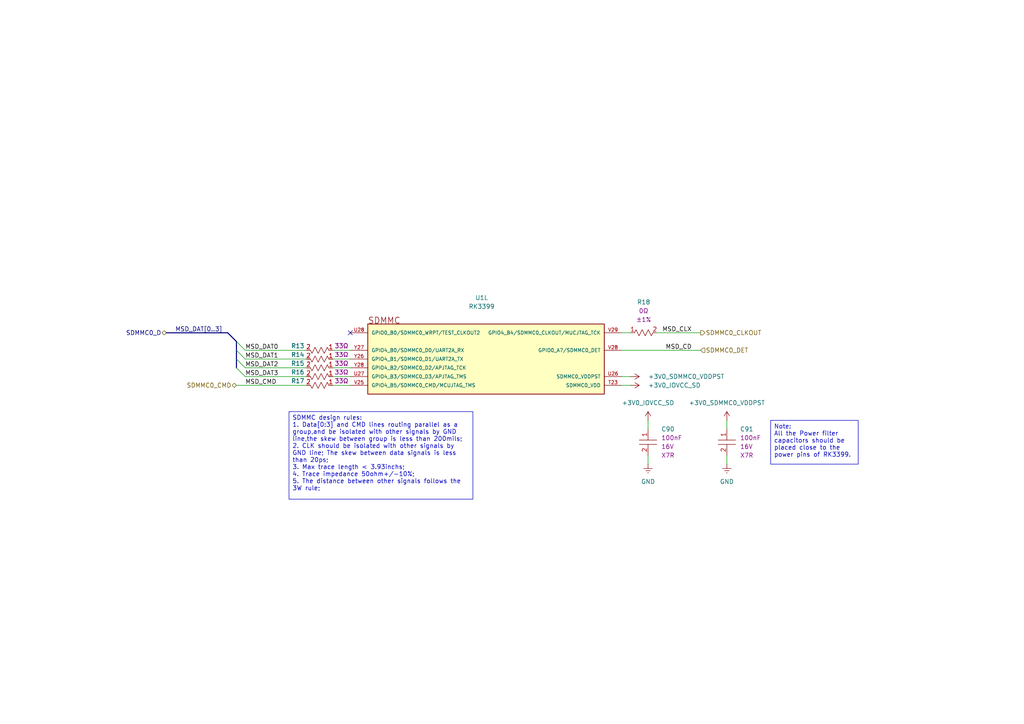
<source format=kicad_sch>
(kicad_sch (version 20250114) (generator "eeschema") (generator_version "9.0")
  (paper "A4")
  (title_block (title "CPU-RK3399 SDMMC Controller") (date "2026-01-14") (rev "1.0.0") (company "TickLab"))
  (lib_symbols
    (symbol "component_library:Capacitors/CL05B104KO5NNNC"
      (property "Reference" "C" (at 1.27 -1.27 0))
      (property "Capacitance" "100nF" (at 0 0 0))
      (property "Voltage - Rated" "16V" (at 0 0 0))
      (property "Temperature Coefficient" "X7R" (at 0 0 0))
      (symbol "Capacitors/CL05B104KO5NNNC_1_1"
        (pin passive line (at 0 0 270) (length 3.175) (name "") (number "1"))
        (pin passive line (at 0 -7.62 90) (length 3.175) (name "") (number "2"))
      )
    )
    (symbol "component_library:Resistors/0402WGF0000TCE"
      (property "Reference" "R" (at 1.27 2.54 0))
      (property "Resistance" "0Ω" (at 0 0 0))
      (property "Tolerance" "±1%" (at 0 0 0))
      (symbol "Resistors/0402WGF0000TCE_1_1"
        (pin passive line (at 0 0 0) (length 1.143) (name "") (number "1"))
        (pin passive line (at 7.62 0 180) (length 1.143) (name "") (number "2"))
      )
    )
    (symbol "component_library:Resistors/0402WGF330JTCE"
      (property "Reference" "R" (at 1.27 2.54 0))
      (property "Resistance" "33Ω" (at 0 0 0))
      (property "Tolerance" "±1%" (at 0 0 0))
      (symbol "Resistors/0402WGF330JTCE_1_1"
        (pin passive line (at 0 0 0) (length 1.143) (name "") (number "1"))
        (pin passive line (at 7.62 0 180) (length 1.143) (name "") (number "2"))
      )
    )
    (symbol "component_library:System On Chip (SoC)/RK3399" (pin_names (offset 1.016))
      (property "Reference" "U" (at -10.16 119.38 0))
      (property "Value" "RK3399" (at -5.7683 -124.354 0))
      (symbol "System On Chip (SoC)/RK3399_1_0"
        (text "Internal Logic Ground and Digital IO Ground" (at -30.48 116.84 0) (effects (font (size 1.7823 1.7823)) (justify left bottom)))
        (pin power_in line (at -20.32 114.3 0) (length 5.08) (name "VSS_1") (number "A1"))
        (pin power_in line (at -20.32 111.76 0) (length 5.08) (name "VSS_2") (number "A27"))
        (pin power_in line (at -20.32 109.22 0) (length 5.08) (name "VSS_3") (number "A31"))
        (pin power_in line (at -20.32 106.68 0) (length 5.08) (name "VSS_4") (number "AA3"))
        (pin power_in line (at -20.32 104.14 0) (length 5.08) (name "VSS_5") (number "AA5"))
        (pin power_in line (at -20.32 101.6 0) (length 5.08) (name "VSS_6") (number "AA9"))
        (pin power_in line (at -20.32 99.06 0) (length 5.08) (name "VSS_7") (number "AF18"))
        (pin power_in line (at -20.32 96.52 0) (length 5.08) (name "VSS_8") (number "Y3"))
        (pin power_in line (at -20.32 93.98 0) (length 5.08) (name "VSS_9") (number "AB9"))
        (pin power_in line (at -20.32 91.44 0) (length 5.08) (name "VSS_10") (number "AF20"))
        (pin power_in line (at -20.32 88.9 0) (length 5.08) (name "VSS_11") (number "AD22"))
        (pin power_in line (at -20.32 86.36 0) (length 5.08) (name "VSS_12") (number "AC22"))
        (pin power_in line (at -20.32 83.82 0) (length 5.08) (name "VSS_13") (number "AC20"))
        (pin power_in line (at -20.32 81.28 0) (length 5.08) (name "VSS_14") (number "AE23"))
        (pin power_in line (at -20.32 78.74 0) (length 5.08) (name "VSS_15") (number "Y10"))
        (pin power_in line (at -20.32 76.2 0) (length 5.08) (name "VSS_16") (number "AC3"))
        (pin power_in line (at -20.32 73.66 0) (length 5.08) (name "VSS_17") (number "AD3"))
        (pin power_in line (at -20.32 71.12 0) (length 5.08) (name "VSS_18") (number "AD5"))
        (pin power_in line (at -20.32 68.58 0) (length 5.08) (name "VSS_19") (number "AD10"))
        (pin power_in line (at -20.32 66.04 0) (length 5.08) (name "VSS_20") (number "AF9"))
        (pin power_in line (at -20.32 63.5 0) (length 5.08) (name "VSS_21") (number "AG2"))
        (pin power_in line (at -20.32 60.96 0) (length 5.08) (name "VSS_22") (number "AJ5"))
        (pin power_in line (at -20.32 58.42 0) (length 5.08) (name "VSS_23") (number "AL1"))
        (pin power_in line (at -20.32 55.88 0) (length 5.08) (name "VSS_24") (number "B5"))
        (pin power_in line (at -20.32 53.34 0) (length 5.08) (name "VSS_25") (number "C8"))
        (pin power_in line (at -20.32 50.8 0) (length 5.08) (name "VSS_26") (number "C9"))
        (pin power_in line (at -20.32 48.26 0) (length 5.08) (name "VSS_27") (number "C11"))
        (pin power_in line (at -20.32 45.72 0) (length 5.08) (name "VSS_28") (number "C12"))
        (pin power_in line (at -20.32 43.18 0) (length 5.08) (name "VSS_29") (number "C14"))
        (pin power_in line (at -20.32 40.64 0) (length 5.08) (name "VSS_30") (number "C15"))
        (pin power_in line (at -20.32 38.1 0) (length 5.08) (name "VSS_31") (number "C17"))
        (pin power_in line (at -20.32 35.56 0) (length 5.08) (name "VSS_32") (number "C18"))
        (pin power_in line (at -20.32 33.02 0) (length 5.08) (name "VSS_33") (number "C20"))
        (pin power_in line (at -20.32 30.48 0) (length 5.08) (name "VSS_34") (number "C21"))
        (pin power_in line (at -20.32 27.94 0) (length 5.08) (name "VSS_35") (number "C23"))
        (pin power_in line (at -20.32 25.4 0) (length 5.08) (name "VSS_36") (number "C24"))
        (pin power_in line (at -20.32 22.86 0) (length 5.08) (name "VSS_37") (number "C26"))
        (pin power_in line (at -20.32 20.32 0) (length 5.08) (name "VSS_38") (number "D5"))
        (pin power_in line (at -20.32 17.78 0) (length 5.08) (name "VSS_39") (number "E2"))
        (pin power_in line (at -20.32 15.24 0) (length 5.08) (name "VSS_40") (number "E4"))
        (pin power_in line (at -20.32 12.7 0) (length 5.08) (name "VSS_41") (number "E7"))
        (pin power_in line (at -20.32 10.16 0) (length 5.08) (name "VSS_42") (number "E12"))
        (pin power_in line (at -20.32 7.62 0) (length 5.08) (name "VSS_43") (number "E15"))
        (pin power_in line (at -20.32 5.08 0) (length 5.08) (name "VSS_44") (number "E18"))
        (pin power_in line (at -20.32 2.54 0) (length 5.08) (name "VSS_45") (number "E21"))
        (pin power_in line (at -20.32 0 0) (length 5.08) (name "VSS_46") (number "E24"))
        (pin power_in line (at -20.32 -2.54 0) (length 5.08) (name "VSS_47") (number "E31"))
        (pin power_in line (at -20.32 -5.08 0) (length 5.08) (name "VSS_48") (number "F8"))
        (pin power_in line (at -20.32 -7.62 0) (length 5.08) (name "VSS_49") (number "F15"))
        (pin power_in line (at -20.32 -10.16 0) (length 5.08) (name "VSS_50") (number "F18"))
        (pin power_in line (at -20.32 -12.7 0) (length 5.08) (name "VSS_51") (number "F20"))
        (pin power_in line (at -20.32 -15.24 0) (length 5.08) (name "VSS_52") (number "F21"))
        (pin power_in line (at -20.32 -17.78 0) (length 5.08) (name "VSS_53") (number "G5"))
        (pin power_in line (at -20.32 -20.32 0) (length 5.08) (name "VSS_54") (number "G9"))
        (pin power_in line (at -20.32 -22.86 0) (length 5.08) (name "VSS_55") (number "G18"))
        (pin power_in line (at -20.32 -25.4 0) (length 5.08) (name "VSS_56") (number "G27"))
        (pin power_in line (at -20.32 -27.94 0) (length 5.08) (name "VSS_57") (number "H3"))
        (pin power_in line (at -20.32 -30.48 0) (length 5.08) (name "VSS_58") (number "H9"))
        (pin power_in line (at -20.32 -33.02 0) (length 5.08) (name "VSS_59") (number "H10"))
        (pin power_in line (at -20.32 -35.56 0) (length 5.08) (name "VSS_60") (number "H11"))
        (pin power_in line (at -20.32 -38.1 0) (length 5.08) (name "VSS_61") (number "H12"))
        (pin power_in line (at -20.32 -40.64 0) (length 5.08) (name "VSS_62") (number "H13"))
        (pin power_in line (at -20.32 -43.18 0) (length 5.08) (name "VSS_63") (number "H15"))
        (pin power_in line (at -20.32 -45.72 0) (length 5.08) (name "VSS_64") (number "H16"))
        (pin power_in line (at -20.32 -48.26 0) (length 5.08) (name "VSS_65") (number "H17"))
        (pin power_in line (at -20.32 -50.8 0) (length 5.08) (name "VSS_66") (number "H18"))
        (pin power_in line (at -20.32 -53.34 0) (length 5.08) (name "VSS_67") (number "H26"))
        (pin power_in line (at -20.32 -55.88 0) (length 5.08) (name "VSS_68") (number "J3"))
        (pin power_in line (at -20.32 -58.42 0) (length 5.08) (name "VSS_69") (number "J6"))
        (pin power_in line (at -20.32 -60.96 0) (length 5.08) (name "VSS_70") (number "J7"))
        (pin power_in line (at -20.32 -63.5 0) (length 5.08) (name "VSS_71") (number "J8"))
        (pin power_in line (at -20.32 -66.04 0) (length 5.08) (name "VSS_72") (number "J9"))
        (pin power_in line (at -20.32 -68.58 0) (length 5.08) (name "VSS_73") (number "J10"))
        (pin power_in line (at -20.32 -71.12 0) (length 5.08) (name "VSS_74") (number "K8"))
        (pin power_in line (at -20.32 -73.66 0) (length 5.08) (name "VSS_75") (number "K9"))
        (pin power_in line (at -20.32 -76.2 0) (length 5.08) (name "VSS_76") (number "K10"))
        (pin power_in line (at -20.32 -78.74 0) (length 5.08) (name "VSS_77") (number "K12"))
        (pin power_in line (at -20.32 -81.28 0) (length 5.08) (name "VSS_78") (number "K14"))
        (pin power_in line (at -20.32 -83.82 0) (length 5.08) (name "VSS_79") (number "K16"))
        (pin power_in line (at -20.32 -86.36 0) (length 5.08) (name "VSS_80") (number "K18"))
        (pin power_in line (at -20.32 -88.9 0) (length 5.08) (name "VSS_81") (number "W21"))
        (pin power_in line (at -20.32 -91.44 0) (length 5.08) (name "VSS_82") (number "K20"))
        (pin power_in line (at -20.32 -93.98 0) (length 5.08) (name "VSS_83") (number "N19"))
        (pin power_in line (at -20.32 -96.52 0) (length 5.08) (name "VSS_84") (number "K22"))
        (pin power_in line (at -20.32 -99.06 0) (length 5.08) (name "VSS_85") (number "L3"))
        (pin power_in line (at -20.32 -101.6 0) (length 5.08) (name "VSS_86") (number "L6"))
        (pin power_in line (at -20.32 -104.14 0) (length 5.08) (name "VSS_87") (number "L8"))
        (pin power_in line (at -20.32 -106.68 0) (length 5.08) (name "VSS_88") (number "L11"))
        (pin power_in line (at -20.32 -109.22 0) (length 5.08) (name "VSS_89") (number "L12"))
        (pin power_in line (at -20.32 -111.76 0) (length 5.08) (name "VSS_90") (number "L13"))
        (pin power_in line (at 20.32 114.3 180) (length 5.08) (name "VSS_91") (number "L14"))
        (pin power_in line (at 20.32 111.76 180) (length 5.08) (name "VSS_92") (number "L15"))
        (pin power_in line (at 20.32 109.22 180) (length 5.08) (name "VSS_93") (number "L16"))
        (pin power_in line (at 20.32 106.68 180) (length 5.08) (name "VSS_94") (number "N17"))
        (pin power_in line (at 20.32 104.14 180) (length 5.08) (name "VSS_95") (number "Y17"))
        (pin power_in line (at 20.32 101.6 180) (length 5.08) (name "VSS_96") (number "L20"))
        (pin power_in line (at 20.32 99.06 180) (length 5.08) (name "VSS_97") (number "L22"))
        (pin power_in line (at 20.32 96.52 180) (length 5.08) (name "VSS_98") (number "N21"))
        (pin power_in line (at 20.32 93.98 180) (length 5.08) (name "VSS_99") (number "L27"))
        (pin power_in line (at 20.32 91.44 180) (length 5.08) (name "VSS_100") (number "M3"))
        (pin power_in line (at 20.32 88.9 180) (length 5.08) (name "VSS_101") (number "M8"))
        (pin power_in line (at 20.32 86.36 180) (length 5.08) (name "VSS_102") (number "M10"))
        (pin power_in line (at 20.32 83.82 180) (length 5.08) (name "VSS_103") (number "M16"))
        (pin power_in line (at 20.32 81.28 180) (length 5.08) (name "VSS_104") (number "M23"))
        (pin power_in line (at 20.32 78.74 180) (length 5.08) (name "VSS_105") (number "N8"))
        (pin power_in line (at 20.32 76.2 180) (length 5.08) (name "VSS_106") (number "P11"))
        (pin power_in line (at 20.32 73.66 180) (length 5.08) (name "VSS_107") (number "P12"))
        (pin power_in line (at 20.32 71.12 180) (length 5.08) (name "VSS_108") (number "N13"))
        (pin power_in line (at 20.32 68.58 180) (length 5.08) (name "VSS_109") (number "N14"))
        (pin power_in line (at 20.32 66.04 180) (length 5.08) (name "VSS_110") (number "N15"))
        (pin power_in line (at 20.32 63.5 180) (length 5.08) (name "VSS_111") (number "N16"))
        (pin power_in line (at 20.32 60.96 180) (length 5.08) (name "VSS_112") (number "P3"))
        (pin power_in line (at 20.32 58.42 180) (length 5.08) (name "VSS_113") (number "P6"))
        (pin power_in line (at 20.32 55.88 180) (length 5.08) (name "VSS_114") (number "P7"))
        (pin power_in line (at 20.32 53.34 180) (length 5.08) (name "VSS_115") (number "P8"))
        (pin power_in line (at 20.32 50.8 180) (length 5.08) (name "VSS_116") (number "P10"))
        (pin power_in line (at 20.32 48.26 180) (length 5.08) (name "VSS_117") (number "P16"))
        (pin power_in line (at 20.32 45.72 180) (length 5.08) (name "VSS_118") (number "Y16"))
        (pin power_in line (at 20.32 43.18 180) (length 5.08) (name "VSS_119") (number "P19"))
        (pin power_in line (at 20.32 40.64 180) (length 5.08) (name "VSS_120") (number "R21"))
        (pin power_in line (at 20.32 38.1 180) (length 5.08) (name "VSS_121") (number "P21"))
        (pin power_in line (at 20.32 35.56 180) (length 5.08) (name "VSS_122") (number "T19"))
        (pin power_in line (at 20.32 33.02 180) (length 5.08) (name "VSS_123") (number "R3"))
        (pin power_in line (at 20.32 30.48 180) (length 5.08) (name "VSS_124") (number "R5"))
        (pin power_in line (at 20.32 27.94 180) (length 5.08) (name "VSS_125") (number "R6"))
        (pin power_in line (at 20.32 25.4 180) (length 5.08) (name "VSS_126") (number "U11"))
        (pin power_in line (at 20.32 22.86 180) (length 5.08) (name "VSS_127") (number "U12"))
        (pin power_in line (at 20.32 20.32 180) (length 5.08) (name "VSS_128") (number "W13"))
        (pin power_in line (at 20.32 17.78 180) (length 5.08) (name "VSS_129") (number "R14"))
        (pin power_in line (at 20.32 15.24 180) (length 5.08) (name "VSS_130") (number "R15"))
        (pin power_in line (at 20.32 12.7 180) (length 5.08) (name "VSS_131") (number "R16"))
        (pin power_in line (at 20.32 10.16 180) (length 5.08) (name "VSS_132") (number "AC21"))
        (pin power_in line (at 20.32 7.62 180) (length 5.08) (name "VSS_133") (number "R23"))
        (pin power_in line (at 20.32 5.08 180) (length 5.08) (name "VSS_134") (number "T8"))
        (pin power_in line (at 20.32 2.54 180) (length 5.08) (name "VSS_135") (number "T10"))
        (pin power_in line (at 20.32 0 180) (length 5.08) (name "VSS_136") (number "Y12"))
        (pin power_in line (at 20.32 -2.54 180) (length 5.08) (name "VSS_137") (number "U14"))
        (pin power_in line (at 20.32 -5.08 180) (length 5.08) (name "VSS_138") (number "T16"))
        (pin power_in line (at 20.32 -7.62 180) (length 5.08) (name "VSS_139") (number "T21"))
        (pin power_in line (at 20.32 -10.16 180) (length 5.08) (name "VSS_140") (number "AB19"))
        (pin power_in line (at 20.32 -12.7 180) (length 5.08) (name "VSS_141") (number "U3"))
        (pin power_in line (at 20.32 -15.24 180) (length 5.08) (name "VSS_142") (number "U8"))
        (pin power_in line (at 20.32 -17.78 180) (length 5.08) (name "VSS_143") (number "U15"))
        (pin power_in line (at 20.32 -20.32 180) (length 5.08) (name "VSS_144") (number "U16"))
        (pin power_in line (at 20.32 -22.86 180) (length 5.08) (name "VSS_145") (number "AC18"))
        (pin power_in line (at 20.32 -25.4 180) (length 5.08) (name "VSS_146") (number "U19"))
        (pin power_in line (at 20.32 -27.94 180) (length 5.08) (name "VSS_147") (number "U21"))
        (pin power_in line (at 20.32 -30.48 180) (length 5.08) (name "VSS_148") (number "V17"))
        (pin power_in line (at 20.32 -33.02 180) (length 5.08) (name "VSS_149") (number "U22"))
        (pin power_in line (at 20.32 -35.56 180) (length 5.08) (name "VSS_150") (number "U29"))
        (pin power_in line (at 20.32 -38.1 180) (length 5.08) (name "VSS_151") (number "V3"))
        (pin power_in line (at 20.32 -40.64 180) (length 5.08) (name "VSS_152") (number "V5"))
        (pin power_in line (at 20.32 -43.18 180) (length 5.08) (name "VSS_153") (number "V8"))
        (pin power_in line (at 20.32 -45.72 180) (length 5.08) (name "VSS_154") (number "V10"))
        (pin power_in line (at 20.32 -48.26 180) (length 5.08) (name "VSS_155") (number "Y11"))
        (pin power_in line (at 20.32 -50.8 180) (length 5.08) (name "VSS_156") (number "Y14"))
        (pin power_in line (at 20.32 -53.34 180) (length 5.08) (name "VSS_157") (number "Y15"))
        (pin power_in line (at 20.32 -55.88 180) (length 5.08) (name "VSS_158") (number "W22"))
        (pin power_in line (at 20.32 -58.42 180) (length 5.08) (name "VSS_159") (number "W17"))
        (pin power_in line (at 20.32 -60.96 180) (length 5.08) (name "VSS_160") (number "W30"))
        (pin power_in line (at 20.32 -63.5 180) (length 5.08) (name "VSS_161") (number "W8"))
        (pin power_in line (at 20.32 -66.04 180) (length 5.08) (name "VSS_162") (number "W9"))
        (pin power_in line (at 20.32 -68.58 180) (length 5.08) (name "VSS_163") (number "AD21"))
        (pin power_in line (at 20.32 -71.12 180) (length 5.08) (name "VSS_164") (number "Y13"))
        (pin power_in line (at 20.32 -73.66 180) (length 5.08) (name "VSS_165") (number "R18"))
        (pin power_in line (at 20.32 -76.2 180) (length 5.08) (name "VSS_166") (number "Y9"))
        (pin power_in line (at 20.32 -78.74 180) (length 5.08) (name "VSS_167") (number "W19"))
        (pin power_in line (at 20.32 -81.28 180) (length 5.08) (name "VSS_168") (number "T18"))
        (pin power_in line (at 20.32 -83.82 180) (length 5.08) (name "VSS_169") (number "W18"))
        (pin power_in line (at 20.32 -86.36 180) (length 5.08) (name "VSS_170") (number "Y20"))
        (pin power_in line (at 20.32 -88.9 180) (length 5.08) (name "VSS_171") (number "AJ28"))
        (pin power_in line (at 20.32 -91.44 180) (length 5.08) (name "VSS_172") (number "AJ21"))
        (pin power_in line (at 20.32 -93.98 180) (length 5.08) (name "VSS_173") (number "AJ23"))
        (pin power_in line (at 20.32 -96.52 180) (length 5.08) (name "VSS_174") (number "AJ24"))
        (pin power_in line (at 20.32 -99.06 180) (length 5.08) (name "VSS_175") (number "AJ26"))
        (pin power_in line (at 20.32 -101.6 180) (length 5.08) (name "VSS_176") (number "AJ27"))
        (pin power_in line (at 20.32 -104.14 180) (length 5.08) (name "VSS_177") (number "AA13"))
        (pin power_in line (at 20.32 -106.68 180) (length 5.08) (name "VSS_178") (number "AL31"))
        (pin power_in line (at 20.32 -109.22 180) (length 5.08) (name "VSS_179") (number "AA10"))
        (pin power_in line (at 20.32 -111.76 180) (length 5.08) (name "VSS_180") (number "AJ20"))
      )
      (symbol "System On Chip (SoC)/RK3399_2_0"
        (text "Analog Ground" (at -15.3236 48.4013 0) (effects (font (size 1.784 1.784)) (justify left bottom)))
        (pin power_in line (at -20.32 43.18 0) (length 5.08) (name "AVSS_1") (number "Y23"))
        (pin power_in line (at -20.32 40.64 0) (length 5.08) (name "AVSS_2") (number "AF23"))
        (pin power_in line (at -20.32 38.1 0) (length 5.08) (name "AVSS_3") (number "AF24"))
        (pin power_in line (at -20.32 35.56 0) (length 5.08) (name "AVSS_4") (number "AA23"))
        (pin power_in line (at -20.32 33.02 0) (length 5.08) (name "AVSS_5") (number "AB23"))
        (pin power_in line (at -20.32 30.48 0) (length 5.08) (name "AVSS_6") (number "AA26"))
        (pin power_in line (at -20.32 27.94 0) (length 5.08) (name "AVSS_7") (number "AA29"))
        (pin power_in line (at -20.32 25.4 0) (length 5.08) (name "AVSS_8") (number "AB11"))
        (pin power_in line (at -20.32 22.86 0) (length 5.08) (name "AVSS_9") (number "AB13"))
        (pin power_in line (at -20.32 20.32 0) (length 5.08) (name "AVSS_10") (number "AC15"))
        (pin power_in line (at -20.32 17.78 0) (length 5.08) (name "AVSS_11") (number "AD13"))
        (pin power_in line (at -20.32 15.24 0) (length 5.08) (name "AVSS_12") (number "AB10"))
        (pin power_in line (at -20.32 12.7 0) (length 5.08) (name "AVSS_13") (number "AA11"))
        (pin power_in line (at -20.32 10.16 0) (length 5.08) (name "AVSS_14") (number "AC26"))
        (pin power_in line (at -20.32 7.62 0) (length 5.08) (name "AVSS_15") (number "AC29"))
        (pin power_in line (at -20.32 5.08 0) (length 5.08) (name "AVSS_16") (number "AD17"))
        (pin power_in line (at -20.32 2.54 0) (length 5.08) (name "AVSS_17") (number "AA12"))
        (pin power_in line (at -20.32 0 0) (length 5.08) (name "AVSS_18") (number "AC16"))
        (pin power_in line (at -20.32 -2.54 0) (length 5.08) (name "AVSS_19") (number "AC23"))
        (pin power_in line (at -20.32 -5.08 0) (length 5.08) (name "AVSS_20") (number "AD29"))
        (pin power_in line (at -20.32 -7.62 0) (length 5.08) (name "AVSS_21") (number "AE11"))
        (pin power_in line (at -20.32 -10.16 0) (length 5.08) (name "AVSS_22") (number "AE12"))
        (pin power_in line (at -20.32 -12.7 0) (length 5.08) (name "AVSS_23") (number "AE14"))
        (pin power_in line (at -20.32 -15.24 0) (length 5.08) (name "AVSS_24") (number "AE17"))
        (pin power_in line (at -20.32 -17.78 0) (length 5.08) (name "AVSS_25") (number "AE27"))
        (pin power_in line (at -20.32 -20.32 0) (length 5.08) (name "AVSS_26") (number "AA14"))
        (pin power_in line (at -20.32 -22.86 0) (length 5.08) (name "AVSS_27") (number "AF17"))
        (pin power_in line (at -20.32 -25.4 0) (length 5.08) (name "AVSS_28") (number "AF29"))
        (pin power_in line (at -20.32 -27.94 0) (length 5.08) (name "AVSS_29") (number "AG29"))
        (pin power_in line (at -20.32 -30.48 0) (length 5.08) (name "AVSS_30") (number "AH29"))
        (pin power_in line (at -20.32 -33.02 0) (length 5.08) (name "AVSS_31") (number "AJ6"))
        (pin power_in line (at -20.32 -35.56 0) (length 5.08) (name "AVSS_32") (number "AJ8"))
        (pin power_in line (at -20.32 -38.1 0) (length 5.08) (name "AVSS_33") (number "AJ9"))
        (pin power_in line (at -20.32 -40.64 0) (length 5.08) (name "AVSS_34") (number "AJ11"))
        (pin power_in line (at -20.32 -43.18 0) (length 5.08) (name "AVSS_35") (number "AJ12"))
        (pin power_in line (at 20.32 43.18 180) (length 5.08) (name "AVSS_36") (number "AJ14"))
        (pin power_in line (at 20.32 40.64 180) (length 5.08) (name "AVSS_37") (number "AJ15"))
        (pin power_in line (at 20.32 38.1 180) (length 5.08) (name "AVSS_38") (number "AJ17"))
        (pin power_in line (at 20.32 35.56 180) (length 5.08) (name "AVSS_39") (number "AJ18"))
        (pin power_in line (at 20.32 33.02 180) (length 5.08) (name "AVSS_40") (number "AD26"))
        (pin power_in line (at 20.32 30.48 180) (length 5.08) (name "AVSS_41") (number "AB16"))
        (pin power_in line (at 20.32 27.94 180) (length 5.08) (name "AVSS_42") (number "AB15"))
        (pin power_in line (at 20.32 25.4 180) (length 5.08) (name "AVSS_43") (number "AC17"))
        (pin power_in line (at 20.32 22.86 180) (length 5.08) (name "AVSS_44") (number "AC11"))
        (pin power_in line (at 20.32 20.32 180) (length 5.08) (name "AVSS_45") (number "AC13"))
        (pin power_in line (at 20.32 17.78 180) (length 5.08) (name "AVSS_46") (number "W23"))
        (pin power_in line (at 20.32 15.24 180) (length 5.08) (name "AVSS_47") (number "AJ29"))
        (pin power_in line (at 20.32 12.7 180) (length 5.08) (name "AVSS_48") (number "Y29"))
        (pin power_in line (at 20.32 10.16 180) (length 5.08) (name "AVSS_49") (number "U23"))
        (pin power_in line (at 20.32 7.62 180) (length 5.08) (name "AVSS_50") (number "V23"))
        (pin power_in line (at 20.32 5.08 180) (length 5.08) (name "AVSS_51") (number "AC25"))
        (pin power_in line (at 20.32 2.54 180) (length 5.08) (name "AVSS_52") (number "AB17"))
        (pin power_in line (at 20.32 0 180) (length 5.08) (name "AVSS_53") (number "AA15"))
        (pin power_in line (at 20.32 -7.62 180) (length 5.08) (name "EDP_AVSS_1") (number "B31"))
        (pin power_in line (at 20.32 -10.16 180) (length 5.08) (name "EDP_AVSS_2") (number "C28"))
        (pin power_in line (at 20.32 -12.7 180) (length 5.08) (name "EDP_AVSS_3") (number "C29"))
        (pin power_in line (at 20.32 -15.24 180) (length 5.08) (name "EDP_AVSS_4") (number "D29"))
        (pin power_in line (at 20.32 -17.78 180) (length 5.08) (name "EDP_AVSS_5") (number "H19"))
        (pin power_in line (at 20.32 -20.32 180) (length 5.08) (name "EDP_AVSS_6") (number "J21"))
        (pin power_in line (at 20.32 -30.48 180) (length 5.08) (name "PLL_AVSS") (number "P17"))
      )
      (symbol "System On Chip (SoC)/RK3399_3_0"
        (text "Internal Center Logic Power" (at -17.78 7.62 0) (effects (font (size 1.7808 1.7808)) (justify left bottom)))
        (pin power_in line (at -25.4 5.08 0) (length 5.08) (name "CENTERLOGIC_VDD_1") (number "M11"))
        (pin power_in line (at -25.4 2.54 0) (length 5.08) (name "CENTERLOGIC_VDD_2") (number "M12"))
        (pin power_in line (at -25.4 0 0) (length 5.08) (name "CENTERLOGIC_VDD_3") (number "M13"))
        (pin power_in line (at -25.4 -2.54 0) (length 5.08) (name "CENTERLOGIC_VDD_4") (number "M14"))
        (pin power_in line (at -25.4 -5.08 0) (length 5.08) (name "CENTERLOGIC_VDD_5") (number "M15"))
        (pin power_in line (at 25.4 5.08 180) (length 5.08) (name "CENTERLOGIC_VDD_6") (number "N11"))
        (pin power_in line (at 25.4 2.54 180) (length 5.08) (name "CENTERLOGIC_VDD_7") (number "N12"))
        (pin power_in line (at 25.4 0 180) (length 5.08) (name "CENTERLOGIC_VDD_8") (number "P13"))
        (pin power_in line (at 25.4 -2.54 180) (length 5.08) (name "CENTERLOGIC_VDD_9") (number "P14"))
        (pin power_in line (at 25.4 -5.08 180) (length 5.08) (name "CENTERLOGIC_VDD_10") (number "P15"))
      )
      (symbol "System On Chip (SoC)/RK3399_4_0"
        (text "Internal GPU Power" (at -15.3324 15.3417 0) (effects (font (size 1.7843 1.7843)) (justify left bottom)))
        (pin power_in line (at -20.32 12.7 0) (length 5.08) (name "GPU_VDD_1") (number "W11"))
        (pin power_in line (at -20.32 10.16 0) (length 5.08) (name "GPU_VDD_2") (number "W12"))
        (pin power_in line (at -20.32 7.62 0) (length 5.08) (name "GPU_VDD_3") (number "W14"))
        (pin power_in line (at -20.32 5.08 0) (length 5.08) (name "GPU_VDD_4") (number "V15"))
        (pin power_in line (at -20.32 2.54 0) (length 5.08) (name "GPU_VDD_5") (number "V14"))
        (pin power_in line (at -20.32 0 0) (length 5.08) (name "GPU_VDD_6") (number "V13"))
        (pin power_in line (at -20.32 -2.54 0) (length 5.08) (name "GPU_VDD_7") (number "U13"))
        (pin power_in line (at -20.32 -5.08 0) (length 5.08) (name "GPU_VDD_8") (number "R11"))
        (pin power_in line (at -20.32 -7.62 0) (length 5.08) (name "GPU_VDD_9") (number "R12"))
        (pin power_in line (at -20.32 -10.16 0) (length 5.08) (name "GPU_VDD_10") (number "T11"))
        (pin power_in line (at 20.32 12.7 180) (length 5.08) (name "GPU_VDD_11") (number "T12"))
        (pin power_in line (at 20.32 10.16 180) (length 5.08) (name "GPU_VDD_12") (number "T13"))
        (pin power_in line (at 20.32 7.62 180) (length 5.08) (name "GPU_VDD_13") (number "R13"))
        (pin power_in line (at 20.32 5.08 180) (length 5.08) (name "GPU_VDD_14") (number "T14"))
        (pin power_in line (at 20.32 2.54 180) (length 5.08) (name "GPU_VDD_15") (number "V11"))
        (pin power_in line (at 20.32 0 180) (length 5.08) (name "GPU_VDD_16") (number "V12"))
        (pin power_in line (at 20.32 -2.54 180) (length 5.08) (name "GPU_VDD_17") (number "V16"))
        (pin power_in line (at 20.32 -5.08 180) (length 5.08) (name "GPU_VDD_18") (number "W16"))
        (pin power_in line (at 20.32 -7.62 180) (length 5.08) (name "GPU_VDD_19") (number "W15"))
        (pin power_in line (at 20.32 -10.16 180) (length 5.08) (name "GPU_VDD_20") (number "W10"))
        (pin power_out line (at 20.32 -12.7 180) (length 5.08) (name "GPU_VDD_COM") (number "T15"))
      )
      (symbol "System On Chip (SoC)/RK3399_5_0"
        (text "Internal BIG CPU A72 Power" (at -17.78 10.16 0) (effects (font (size 1.7837 1.7837)) (justify left bottom)))
        (pin power_in line (at -20.32 7.62 0) (length 5.08) (name "BIGCPU_VDD_1") (number "L19"))
        (pin power_in line (at -20.32 5.08 0) (length 5.08) (name "BIGCPU_VDD_2") (number "L21"))
        (pin power_in line (at -20.32 2.54 0) (length 5.08) (name "BIGCPU_VDD_3") (number "M18"))
        (pin power_in line (at -20.32 0 0) (length 5.08) (name "BIGCPU_VDD_4") (number "M19"))
        (pin power_in line (at -20.32 -2.54 0) (length 5.08) (name "BIGCPU_VDD_5") (number "M20"))
        (pin power_in line (at -20.32 -5.08 0) (length 5.08) (name "BIGCPU_VDD_6") (number "M21"))
        (pin power_in line (at -20.32 -7.62 0) (length 5.08) (name "BIGCPU_VDD_7") (number "M22"))
        (pin power_in line (at 20.32 7.62 180) (length 5.08) (name "BIGCPU_VDD_8") (number "L18"))
        (pin power_in line (at 20.32 5.08 180) (length 5.08) (name "BIGCPU_VDD_9") (number "N22"))
        (pin power_in line (at 20.32 2.54 180) (length 5.08) (name "BIGCPU_VDD_10") (number "N20"))
        (pin power_in line (at 20.32 0 180) (length 5.08) (name "BIGCPU_VDD_11") (number "L23"))
        (pin power_in line (at 20.32 -2.54 180) (length 5.08) (name "BIGCPU_VDD_12") (number "K19"))
        (pin power_in line (at 20.32 -5.08 180) (length 5.08) (name "BIGCPU_VDD_13") (number "K21"))
        (pin power_out line (at 20.32 -7.62 180) (length 5.08) (name "BIGCPU_VDD_COM") (number "N18"))
      )
      (symbol "System On Chip (SoC)/RK3399_6_0"
        (text "Internal Logic Power" (at -15.24 10.16 0) (effects (font (size 1.7838 1.7838)) (justify left bottom)))
        (pin power_in line (at -20.32 7.62 0) (length 5.08) (name "LOGIC_VDD_1") (number "V22"))
        (pin power_in line (at -20.32 5.08 0) (length 5.08) (name "LOGIC_VDD_2") (number "V21"))
        (pin power_in line (at -20.32 2.54 0) (length 5.08) (name "LOGIC_VDD_3") (number "V20"))
        (pin power_in line (at -20.32 0 0) (length 5.08) (name "LOGIC_VDD_4") (number "V19"))
        (pin power_in line (at -20.32 -2.54 0) (length 5.08) (name "LOGIC_VDD_5") (number "V18"))
        (pin power_in line (at -20.32 -5.08 0) (length 5.08) (name "LOGIC_VDD_6") (number "W20"))
        (pin power_in line (at 20.32 7.62 180) (length 5.08) (name "LOGIC_VDD_7") (number "U18"))
        (pin power_in line (at 20.32 5.08 180) (length 5.08) (name "LOGIC_VDD_8") (number "U17"))
        (pin power_in line (at 20.32 2.54 180) (length 5.08) (name "LOGIC_VDD_9") (number "M17"))
        (pin power_in line (at 20.32 0 180) (length 5.08) (name "LOGIC_VDD_10") (number "L17"))
        (pin power_in line (at 20.32 -2.54 180) (length 5.08) (name "LOGIC_VDD_11") (number "T17"))
        (pin power_in line (at 20.32 -5.08 180) (length 5.08) (name "LOGIC_VDD_12") (number "U20"))
      )
      (symbol "System On Chip (SoC)/RK3399_7_0"
        (text "Internal LITTLE CPU A53 Power" (at -20.4095 5.1351 0) (effects (font (size 1.7835 1.7835)) (justify left bottom)))
        (pin power_in line (at -20.32 2.54 0) (length 5.08) (name "LITCPU_VDD_1") (number "P20"))
        (pin power_in line (at -20.32 0 0) (length 5.08) (name "LITCPU_VDD_2") (number "R19"))
        (pin power_in line (at -20.32 -2.54 0) (length 5.08) (name "LITCPU_VDD_3") (number "R20"))
        (pin power_in line (at -20.32 -5.08 0) (length 5.08) (name "LITCPU_VDD_4") (number "P22"))
        (pin power_in line (at 20.32 2.54 180) (length 5.08) (name "LITCPU_VDD_5") (number "T22"))
        (pin power_in line (at 20.32 0 180) (length 5.08) (name "LITCPU_VDD_6") (number "T20"))
        (pin power_in line (at 20.32 -2.54 180) (length 5.08) (name "LITCPU_VDD_7") (number "R22"))
      )
      (symbol "System On Chip (SoC)/RK3399_8_0"
        (text "PCIe differential data I/O signals" (at -20.4082 22.9382 0) (effects (font (size 1.7834 1.7834)) (justify left bottom)))
        (pin input line (at -25.4 20.32 0) (length 5.08) (name "PCIE_RX0_P") (number "AF30"))
        (pin input line (at -25.4 17.78 0) (length 5.08) (name "PCIE_RX0_N") (number "AF31"))
        (pin input line (at -25.4 12.7 0) (length 5.08) (name "PCIE_RX1_P") (number "AH30"))
        (pin input line (at -25.4 10.16 0) (length 5.08) (name "PCIE_RX1_N") (number "AH31"))
        (pin input line (at -25.4 5.08 0) (length 5.08) (name "PCIE_RX2_P") (number "AC27"))
        (pin input line (at -25.4 2.54 0) (length 5.08) (name "PCIE_RX2_N") (number "AC28"))
        (pin input line (at -25.4 -2.54 0) (length 5.08) (name "PCIE_RX3_P") (number "AF27"))
        (pin input line (at -25.4 -5.08 0) (length 5.08) (name "PCIE_RX3_N") (number "AF28"))
        (pin input clock (at -25.4 -10.16 0) (length 5.08) (name "GPIO4_D0/PCIE_CLKREQNB") (number "AE6"))
        (pin power_in line (at 25.4 20.32 180) (length 5.08) (name "PCIE_AVDD_0V9") (number "W24"))
        (pin power_in line (at 25.4 17.78 180) (length 5.08) (name "PCIE_AVDD_1V8") (number "Y24"))
        (pin output line (at 25.4 12.7 180) (length 5.08) (name "PCIE_TX0_P") (number "AE30"))
        (pin output line (at 25.4 10.16 180) (length 5.08) (name "PCIE_TX0_N") (number "AE31"))
        (pin output line (at 25.4 5.08 180) (length 5.08) (name "PCIE_TX1_P") (number "AG30"))
        (pin output line (at 25.4 2.54 180) (length 5.08) (name "PCIE_TX1_N") (number "AG31"))
        (pin output line (at 25.4 -2.54 180) (length 5.08) (name "PCIE_TX2_P") (number "AA27"))
        (pin output line (at 25.4 -5.08 180) (length 5.08) (name "PCIE_TX2_N") (number "AA28"))
        (pin output line (at 25.4 -10.16 180) (length 5.08) (name "PCIE_TX3_P") (number "AD27"))
        (pin output line (at 25.4 -12.7 180) (length 5.08) (name "PCIE_TX3_N") (number "AD28"))
        (pin output line (at 25.4 -17.78 180) (length 5.08) (name "PCIE_RCLK_100M_N") (number "AD30"))
        (pin output line (at 25.4 -20.32 180) (length 5.08) (name "PCIE_RCLK_100M_P") (number "AD31"))
      )
      (symbol "System On Chip (SoC)/RK3399_9_0"
        (text "DDRC0" (at -20.4006 73.8062 0) (effects (font (size 1.7827 1.7827)) (justify left bottom)))
        (pin bidirectional line (at -25.4 71.12 0) (length 5.08) (name "DDR0_DQ0") (number "AB2"))
        (pin bidirectional line (at -25.4 68.58 0) (length 5.08) (name "DDR0_DQ1") (number "AB1"))
        (pin bidirectional line (at -25.4 66.04 0) (length 5.08) (name "DDR0_DQ2") (number "AA2"))
        (pin bidirectional line (at -25.4 63.5 0) (length 5.08) (name "DDR0_DQ3") (number "AA1"))
        (pin bidirectional line (at -25.4 60.96 0) (length 5.08) (name "DDR0_DQ4") (number "Y2"))
        (pin bidirectional line (at -25.4 58.42 0) (length 5.08) (name "DDR0_DQ5") (number "Y1"))
        (pin bidirectional line (at -25.4 55.88 0) (length 5.08) (name "DDR0_DQ6") (number "W1"))
        (pin bidirectional line (at -25.4 53.34 0) (length 5.08) (name "DDR0_DQ7") (number "W2"))
        (pin bidirectional line (at -25.4 50.8 0) (length 5.08) (name "DDR0_DQ8") (number "AF2"))
        (pin bidirectional line (at -25.4 48.26 0) (length 5.08) (name "DDR0_DQ9") (number "AE2"))
        (pin bidirectional line (at -25.4 45.72 0) (length 5.08) (name "DDR0_DQ10") (number "AF1"))
        (pin bidirectional line (at -25.4 43.18 0) (length 5.08) (name "DDR0_DQ11") (number "AD2"))
        (pin bidirectional line (at -25.4 40.64 0) (length 5.08) (name "DDR0_DQ12") (number "AE1"))
        (pin bidirectional line (at -25.4 38.1 0) (length 5.08) (name "DDR0_DQ13") (number "AD1"))
        (pin bidirectional line (at -25.4 35.56 0) (length 5.08) (name "DDR0_DQ14") (number "AC1"))
        (pin bidirectional line (at -25.4 33.02 0) (length 5.08) (name "DDR0_DQ15") (number "AC2"))
        (pin bidirectional line (at -25.4 30.48 0) (length 5.08) (name "DDR0_DQ16") (number "V1"))
        (pin bidirectional line (at -25.4 27.94 0) (length 5.08) (name "DDR0_DQ17") (number "V2"))
        (pin bidirectional line (at -25.4 25.4 0) (length 5.08) (name "DDR0_DQ18") (number "U1"))
        (pin bidirectional line (at -25.4 22.86 0) (length 5.08) (name "DDR0_DQ19") (number "U2"))
        (pin bidirectional line (at -25.4 20.32 0) (length 5.08) (name "DDR0_DQ20") (number "T1"))
        (pin bidirectional line (at -25.4 17.78 0) (length 5.08) (name "DDR0_DQ21") (number "T2"))
        (pin bidirectional line (at -25.4 15.24 0) (length 5.08) (name "DDR0_DQ22") (number "R2"))
        (pin bidirectional line (at -25.4 12.7 0) (length 5.08) (name "DDR0_DQ23") (number "R1"))
        (pin bidirectional line (at -25.4 10.16 0) (length 5.08) (name "DDR0_DQ24") (number "P1"))
        (pin bidirectional line (at -25.4 7.62 0) (length 5.08) (name "DDR0_DQ25") (number "P2"))
        (pin bidirectional line (at -25.4 5.08 0) (length 5.08) (name "DDR0_DQ26") (number "N1"))
        (pin bidirectional line (at -25.4 2.54 0) (length 5.08) (name "DDR0_DQ27") (number "M1"))
        (pin bidirectional line (at -25.4 0 0) (length 5.08) (name "DDR0_DQ28") (number "N2"))
        (pin bidirectional line (at -25.4 -2.54 0) (length 5.08) (name "DDR0_DQ29") (number "L1"))
        (pin bidirectional line (at -25.4 -5.08 0) (length 5.08) (name "DDR0_DQ30") (number "M2"))
        (pin bidirectional line (at -25.4 -7.62 0) (length 5.08) (name "DDR0_DQ31") (number "L2"))
        (pin bidirectional line (at -25.4 -15.24 0) (length 5.08) (name "DDR0_DQS0P") (number "Y4"))
        (pin bidirectional line (at -25.4 -17.78 0) (length 5.08) (name "DDR0_DQS0N") (number "AA4"))
        (pin bidirectional line (at -25.4 -20.32 0) (length 5.08) (name "DDR0_DQS1P") (number "AC4"))
        (pin bidirectional line (at -25.4 -22.86 0) (length 5.08) (name "DDR0_DQS1N") (number "AD4"))
        (pin bidirectional line (at -25.4 -25.4 0) (length 5.08) (name "DDR0_DQS2P") (number "U4"))
        (pin bidirectional line (at -25.4 -27.94 0) (length 5.08) (name "DDR0_DQS2N") (number "V4"))
        (pin bidirectional line (at -25.4 -30.48 0) (length 5.08) (name "DDR0_DQS3P") (number "P4"))
        (pin bidirectional line (at -25.4 -33.02 0) (length 5.08) (name "DDR0_DQS3N") (number "R4"))
        (pin bidirectional line (at -25.4 -38.1 0) (length 5.08) (name "DDR0_PZQ") (number "R7"))
        (pin power_in line (at -25.4 -58.42 0) (length 5.08) (name "DDR0PLL_AVDD_0V9") (number "R8"))
        (pin power_in line (at -25.4 -60.96 0) (length 5.08) (name "DDR0_CLK_VDD") (number "M7"))
        (pin power_in line (at -25.4 -63.5 0) (length 5.08) (name "DDR0_VDD_1") (number "L9"))
        (pin power_in line (at -25.4 -66.04 0) (length 5.08) (name "DDR0_VDD_2") (number "L10"))
        (pin power_in line (at -25.4 -68.58 0) (length 5.08) (name "DDR0_VDD_3") (number "M9"))
        (pin power_in line (at -25.4 -71.12 0) (length 5.08) (name "DDR0_VDD_4") (number "N9"))
        (pin power_in line (at -25.4 -73.66 0) (length 5.08) (name "DDR0_VDD_5") (number "N10"))
        (pin power_in line (at -25.4 -76.2 0) (length 5.08) (name "DDR0_VDD_6") (number "P9"))
        (pin power_in line (at -25.4 -78.74 0) (length 5.08) (name "DDR0_VDD_7") (number "R9"))
        (pin output line (at 25.4 71.12 180) (length 5.08) (name "DDR0_CLK0P") (number "H4"))
        (pin output line (at 25.4 68.58 180) (length 5.08) (name "DDR0_CLK0N") (number "J4"))
        (pin output line (at 25.4 66.04 180) (length 5.08) (name "DDR0_CLK1P") (number "H5"))
        (pin output line (at 25.4 63.5 180) (length 5.08) (name "DDR0_CLK1N") (number "J5"))
        (pin output line (at 25.4 58.42 180) (length 5.08) (name "DDR0_RESETN") (number "L7"))
        (pin output line (at 25.4 55.88 180) (length 5.08) (name "DDR0_RASN") (number "F3"))
        (pin output line (at 25.4 53.34 180) (length 5.08) (name "DDR0_CASN") (number "H6"))
        (pin output line (at 25.4 45.72 180) (length 5.08) (name "DDR0_DM0") (number "Y5"))
        (pin output line (at 25.4 43.18 180) (length 5.08) (name "DDR0_DM1") (number "AC5"))
        (pin output line (at 25.4 40.64 180) (length 5.08) (name "DDR0_DM2") (number "U5"))
        (pin output line (at 25.4 38.1 180) (length 5.08) (name "DDR0_DM3") (number "P5"))
        (pin output line (at 25.4 33.02 180) (length 5.08) (name "DDR0_CSN0") (number "M6"))
        (pin output line (at 25.4 30.48 180) (length 5.08) (name "DDR0_CSN1") (number "B1"))
        (pin output line (at 25.4 27.94 180) (length 5.08) (name "DDR0_CSN2") (number "M5"))
        (pin output line (at 25.4 25.4 180) (length 5.08) (name "DDR0_CSN3") (number "C2"))
        (pin output line (at 25.4 22.86 180) (length 5.08) (name "DDR0_A0") (number "F2"))
        (pin output line (at 25.4 20.32 180) (length 5.08) (name "DDR0_A1") (number "F1"))
        (pin output line (at 25.4 17.78 180) (length 5.08) (name "DDR0_A2") (number "G1"))
        (pin output line (at 25.4 15.24 180) (length 5.08) (name "DDR0_A3") (number "G2"))
        (pin output line (at 25.4 12.7 180) (length 5.08) (name "DDR0_A4") (number "H2"))
        (pin output line (at 25.4 10.16 180) (length 5.08) (name "DDR0_A5") (number "H1"))
        (pin output line (at 25.4 7.62 180) (length 5.08) (name "DDR0_A6") (number "J1"))
        (pin output line (at 25.4 5.08 180) (length 5.08) (name "DDR0_A7") (number "J2"))
        (pin output line (at 25.4 2.54 180) (length 5.08) (name "DDR0_A8") (number "K2"))
        (pin output line (at 25.4 0 180) (length 5.08) (name "DDR0_A9") (number "K1"))
        (pin output line (at 25.4 -2.54 180) (length 5.08) (name "DDR0_A10") (number "D1"))
        (pin output line (at 25.4 -5.08 180) (length 5.08) (name "DDR0_A11") (number "E3"))
        (pin output line (at 25.4 -7.62 180) (length 5.08) (name "DDR0_A12") (number "C1"))
        (pin output line (at 25.4 -10.16 180) (length 5.08) (name "DDR0_A13") (number "D2"))
        (pin output line (at 25.4 -12.7 180) (length 5.08) (name "DDR0_A14") (number "D3"))
        (pin output line (at 25.4 -15.24 180) (length 5.08) (name "DDR0_A15") (number "H7"))
        (pin output line (at 25.4 -20.32 180) (length 5.08) (name "DDR0_ATB0") (number "U6"))
        (pin output line (at 25.4 -22.86 180) (length 5.08) (name "DDR0_ATB1") (number "U7"))
        (pin output line (at 25.4 -27.94 180) (length 5.08) (name "DDR0_BA0") (number "C3"))
        (pin output line (at 25.4 -30.48 180) (length 5.08) (name "DDR0_BA1") (number "F4"))
        (pin output line (at 25.4 -33.02 180) (length 5.08) (name "DDR0_BA2") (number "M4"))
        (pin output line (at 25.4 -38.1 180) (length 5.08) (name "DDR0_ODT0") (number "L4"))
        (pin output line (at 25.4 -40.64 180) (length 5.08) (name "DDR0_ODT1") (number "L5"))
        (pin output line (at 25.4 -45.72 180) (length 5.08) (name "DDR0_PLL_TESTOUT_P") (number "V6"))
        (pin output line (at 25.4 -48.26 180) (length 5.08) (name "DDR0_PLL_TESTOUT_N") (number "V7"))
        (pin output line (at 25.4 -53.34 180) (length 5.08) (name "DDR0_WEN") (number "G6"))
        (pin output line (at 25.4 -60.96 180) (length 5.08) (name "DDR0_CKE0") (number "E1"))
        (pin output line (at 25.4 -63.5 180) (length 5.08) (name "DDR0_CKE1") (number "F5"))
        (pin power_in line (at 25.4 -68.58 180) (length 5.08) (name "DDR0_VDD_8") (number "R10"))
        (pin power_in line (at 25.4 -71.12 180) (length 5.08) (name "DDR0_VDD_9") (number "T9"))
        (pin power_in line (at 25.4 -73.66 180) (length 5.08) (name "DDR0_VDD_10") (number "U9"))
        (pin power_in line (at 25.4 -76.2 180) (length 5.08) (name "DDR0_VDD_11") (number "U10"))
        (pin power_in line (at 25.4 -78.74 180) (length 5.08) (name "DDR0_VDD_12") (number "V9"))
      )
      (symbol "System On Chip (SoC)/RK3399_10_0"
        (text "DDRC1" (at -20.4001 73.8044 0) (effects (font (size 1.7827 1.7827)) (justify left bottom)))
        (pin bidirectional line (at -25.4 71.12 0) (length 5.08) (name "DDR1_DQ0") (number "B15"))
        (pin bidirectional line (at -25.4 68.58 0) (length 5.08) (name "DDR1_DQ1") (number "A15"))
        (pin bidirectional line (at -25.4 66.04 0) (length 5.08) (name "DDR1_DQ2") (number "B16"))
        (pin bidirectional line (at -25.4 63.5 0) (length 5.08) (name "DDR1_DQ3") (number "A16"))
        (pin bidirectional line (at -25.4 60.96 0) (length 5.08) (name "DDR1_DQ4") (number "B17"))
        (pin bidirectional line (at -25.4 58.42 0) (length 5.08) (name "DDR1_DQ5") (number "A17"))
        (pin bidirectional line (at -25.4 55.88 0) (length 5.08) (name "DDR1_DQ6") (number "A18"))
        (pin bidirectional line (at -25.4 53.34 0) (length 5.08) (name "DDR1_DQ7") (number "B18"))
        (pin bidirectional line (at -25.4 50.8 0) (length 5.08) (name "DDR1_DQ8") (number "B11"))
        (pin bidirectional line (at -25.4 48.26 0) (length 5.08) (name "DDR1_DQ9") (number "B12"))
        (pin bidirectional line (at -25.4 45.72 0) (length 5.08) (name "DDR1_DQ10") (number "A11"))
        (pin bidirectional line (at -25.4 43.18 0) (length 5.08) (name "DDR1_DQ11") (number "B13"))
        (pin bidirectional line (at -25.4 40.64 0) (length 5.08) (name "DDR1_DQ12") (number "A12"))
        (pin bidirectional line (at -25.4 38.1 0) (length 5.08) (name "DDR1_DQ13") (number "A13"))
        (pin bidirectional line (at -25.4 35.56 0) (length 5.08) (name "DDR1_DQ14") (number "A14"))
        (pin bidirectional line (at -25.4 33.02 0) (length 5.08) (name "DDR1_DQ15") (number "B14"))
        (pin bidirectional line (at -25.4 30.48 0) (length 5.08) (name "DDR1_DQ16") (number "A19"))
        (pin bidirectional line (at -25.4 27.94 0) (length 5.08) (name "DDR1_DQ17") (number "B19"))
        (pin bidirectional line (at -25.4 25.4 0) (length 5.08) (name "DDR1_DQ18") (number "A20"))
        (pin bidirectional line (at -25.4 22.86 0) (length 5.08) (name "DDR1_DQ19") (number "B20"))
        (pin bidirectional line (at -25.4 20.32 0) (length 5.08) (name "DDR1_DQ20") (number "A21"))
        (pin bidirectional line (at -25.4 17.78 0) (length 5.08) (name "DDR1_DQ21") (number "B21"))
        (pin bidirectional line (at -25.4 15.24 0) (length 5.08) (name "DDR1_DQ22") (number "B22"))
        (pin bidirectional line (at -25.4 12.7 0) (length 5.08) (name "DDR1_DQ23") (number "A22"))
        (pin bidirectional line (at -25.4 10.16 0) (length 5.08) (name "DDR1_DQ24") (number "A23"))
        (pin bidirectional line (at -25.4 7.62 0) (length 5.08) (name "DDR1_DQ25") (number "B23"))
        (pin bidirectional line (at -25.4 5.08 0) (length 5.08) (name "DDR1_DQ26") (number "A24"))
        (pin bidirectional line (at -25.4 2.54 0) (length 5.08) (name "DDR1_DQ27") (number "A25"))
        (pin bidirectional line (at -25.4 0 0) (length 5.08) (name "DDR1_DQ28") (number "B24"))
        (pin bidirectional line (at -25.4 -2.54 0) (length 5.08) (name "DDR1_DQ29") (number "A26"))
        (pin bidirectional line (at -25.4 -5.08 0) (length 5.08) (name "DDR1_DQ30") (number "B25"))
        (pin bidirectional line (at -25.4 -7.62 0) (length 5.08) (name "DDR1_DQ31") (number "B26"))
        (pin bidirectional line (at -25.4 -15.24 0) (length 5.08) (name "DDR1_DQS0P") (number "D18"))
        (pin bidirectional line (at -25.4 -17.78 0) (length 5.08) (name "DDR1_DQS0N") (number "D17"))
        (pin bidirectional line (at -25.4 -20.32 0) (length 5.08) (name "DDR1_DQS1P") (number "D15"))
        (pin bidirectional line (at -25.4 -22.86 0) (length 5.08) (name "DDR1_DQS1N") (number "D14"))
        (pin bidirectional line (at -25.4 -25.4 0) (length 5.08) (name "DDR1_DQS2P") (number "D21"))
        (pin bidirectional line (at -25.4 -27.94 0) (length 5.08) (name "DDR1_DQS2N") (number "D20"))
        (pin bidirectional line (at -25.4 -30.48 0) (length 5.08) (name "DDR1_DQS3P") (number "D24"))
        (pin bidirectional line (at -25.4 -33.02 0) (length 5.08) (name "DDR1_DQS3N") (number "D23"))
        (pin bidirectional line (at -25.4 -38.1 0) (length 5.08) (name "DDR1_PZQ") (number "G15"))
        (pin power_in line (at -25.4 -58.42 0) (length 5.08) (name "DDR1PLL_AVDD_0V9") (number "H14"))
        (pin power_in line (at -25.4 -60.96 0) (length 5.08) (name "DDR1_CLK_VDD") (number "G12"))
        (pin power_in line (at -25.4 -63.5 0) (length 5.08) (name "DDR1_VDD_1") (number "J11"))
        (pin power_in line (at -25.4 -66.04 0) (length 5.08) (name "DDR1_VDD_2") (number "J12"))
        (pin power_in line (at -25.4 -68.58 0) (length 5.08) (name "DDR1_VDD_3") (number "J13"))
        (pin power_in line (at -25.4 -71.12 0) (length 5.08) (name "DDR1_VDD_4") (number "J14"))
        (pin power_in line (at -25.4 -73.66 0) (length 5.08) (name "DDR1_VDD_5") (number "J15"))
        (pin power_in line (at -25.4 -76.2 0) (length 5.08) (name "DDR1_VDD_6") (number "J16"))
        (pin power_in line (at -25.4 -78.74 0) (length 5.08) (name "DDR1_VDD_7") (number "J17"))
        (pin output line (at 25.4 71.12 180) (length 5.08) (name "DDR1_CLK0P") (number "D9"))
        (pin output line (at 25.4 68.58 180) (length 5.08) (name "DDR1_CLK0N") (number "D8"))
        (pin output line (at 25.4 66.04 180) (length 5.08) (name "DDR1_CLK1P") (number "E9"))
        (pin output line (at 25.4 63.5 180) (length 5.08) (name "DDR1_CLK1N") (number "E8"))
        (pin output line (at 25.4 58.42 180) (length 5.08) (name "DDR1_RESETN") (number "G11"))
        (pin output line (at 25.4 55.88 180) (length 5.08) (name "DDR1_RASN") (number "C6"))
        (pin output line (at 25.4 53.34 180) (length 5.08) (name "DDR1_CASN") (number "F9"))
        (pin output line (at 25.4 45.72 180) (length 5.08) (name "DDR1_DM0") (number "E17"))
        (pin output line (at 25.4 43.18 180) (length 5.08) (name "DDR1_DM1") (number "E14"))
        (pin output line (at 25.4 40.64 180) (length 5.08) (name "DDR1_DM2") (number "E20"))
        (pin output line (at 25.4 38.1 180) (length 5.08) (name "DDR1_DM3") (number "E23"))
        (pin output line (at 25.4 33.02 180) (length 5.08) (name "DDR1_CSN0") (number "F12"))
        (pin output line (at 25.4 30.48 180) (length 5.08) (name "DDR1_CSN1") (number "A2"))
        (pin output line (at 25.4 27.94 180) (length 5.08) (name "DDR1_CSN2") (number "F11"))
        (pin output line (at 25.4 25.4 180) (length 5.08) (name "DDR1_CSN3") (number "B3"))
        (pin output line (at 25.4 22.86 180) (length 5.08) (name "DDR1_A0") (number "B10"))
        (pin output line (at 25.4 20.32 180) (length 5.08) (name "DDR1_A1") (number "A10"))
        (pin output line (at 25.4 17.78 180) (length 5.08) (name "DDR1_A2") (number "B9"))
        (pin output line (at 25.4 15.24 180) (length 5.08) (name "DDR1_A3") (number "A9"))
        (pin output line (at 25.4 12.7 180) (length 5.08) (name "DDR1_A4") (number "B8"))
        (pin output line (at 25.4 10.16 180) (length 5.08) (name "DDR1_A5") (number "A8"))
        (pin output line (at 25.4 7.62 180) (length 5.08) (name "DDR1_A6") (number "B7"))
        (pin output line (at 25.4 5.08 180) (length 5.08) (name "DDR1_A7") (number "A7"))
        (pin output line (at 25.4 2.54 180) (length 5.08) (name "DDR1_A8") (number "B6"))
        (pin output line (at 25.4 0 180) (length 5.08) (name "DDR1_A9") (number "A6"))
        (pin output line (at 25.4 -2.54 180) (length 5.08) (name "DDR1_A10") (number "A4"))
        (pin output line (at 25.4 -5.08 180) (length 5.08) (name "DDR1_A11") (number "C5"))
        (pin output line (at 25.4 -7.62 180) (length 5.08) (name "DDR1_A12") (number "A3"))
        (pin output line (at 25.4 -10.16 180) (length 5.08) (name "DDR1_A13") (number "B4"))
        (pin output line (at 25.4 -12.7 180) (length 5.08) (name "DDR1_A14") (number "C4"))
        (pin output line (at 25.4 -15.24 180) (length 5.08) (name "DDR1_A15") (number "G8"))
        (pin output line (at 25.4 -20.32 180) (length 5.08) (name "DDR1_ATB0") (number "F17"))
        (pin output line (at 25.4 -22.86 180) (length 5.08) (name "DDR1_ATB1") (number "G17"))
        (pin output line (at 25.4 -27.94 180) (length 5.08) (name "DDR1_BA0") (number "B2"))
        (pin output line (at 25.4 -30.48 180) (length 5.08) (name "DDR1_BA1") (number "D6"))
        (pin output line (at 25.4 -33.02 180) (length 5.08) (name "DDR1_BA2") (number "D12"))
        (pin output line (at 25.4 -38.1 180) (length 5.08) (name "DDR1_ODT0") (number "D11"))
        (pin output line (at 25.4 -40.64 180) (length 5.08) (name "DDR1_ODT1") (number "E11"))
        (pin output line (at 25.4 -45.72 180) (length 5.08) (name "DDR1_PLL_TESTOUT_P") (number "F14"))
        (pin output line (at 25.4 -48.26 180) (length 5.08) (name "DDR1_PLL_TESTOUT_N") (number "G14"))
        (pin output line (at 25.4 -53.34 180) (length 5.08) (name "DDR1_WEN") (number "F7"))
        (pin output line (at 25.4 -60.96 180) (length 5.08) (name "DDR1_CKE0") (number "A5"))
        (pin output line (at 25.4 -63.5 180) (length 5.08) (name "DDR1_CKE1") (number "E6"))
        (pin power_in line (at 25.4 -68.58 180) (length 5.08) (name "DDR1_VDD_8") (number "J18"))
        (pin power_in line (at 25.4 -71.12 180) (length 5.08) (name "DDR1_VDD_9") (number "K11"))
        (pin power_in line (at 25.4 -73.66 180) (length 5.08) (name "DDR1_VDD_10") (number "K13"))
        (pin power_in line (at 25.4 -76.2 180) (length 5.08) (name "DDR1_VDD_11") (number "K15"))
        (pin power_in line (at 25.4 -78.74 180) (length 5.08) (name "DDR1_VDD_12") (number "K17"))
      )
      (symbol "System On Chip (SoC)/RK3399_11_0"
        (text "MISC" (at -30.602 30.5873 0) (effects (font (size 1.7843 1.7843)) (justify left bottom)))
        (pin input line (at -35.56 27.94 0) (length 5.08) (name "NPOR") (number "T30"))
        (pin input line (at -35.56 25.4 0) (length 5.08) (name "XIN_OSC") (number "Y31"))
        (pin output line (at -35.56 12.7 0) (length 5.08) (name "XOUT_OSC") (number "Y30"))
        (pin bidirectional line (at -35.56 7.62 0) (length 5.08) (name "GPIO4_D2") (number "AH3"))
        (pin bidirectional line (at -35.56 5.08 0) (length 5.08) (name "GPIO4_D3") (number "AK3"))
        (pin bidirectional line (at -35.56 2.54 0) (length 5.08) (name "GPIO4_D4") (number "AH5"))
        (pin bidirectional line (at -35.56 0 0) (length 5.08) (name "GPIO4_D5") (number "AJ3"))
        (pin bidirectional line (at -35.56 -2.54 0) (length 5.08) (name "GPIO4_D6") (number "AG4"))
        (pin bidirectional line (at -35.56 -7.62 0) (length 5.08) (name "USIC_STROBE") (number "AJ30"))
        (pin bidirectional line (at -35.56 -10.16 0) (length 5.08) (name "USIC_DATA") (number "AJ31"))
        (pin power_in line (at -35.56 -12.7 0) (length 5.08) (name "USIC_AVDD_1V2") (number "AD24"))
        (pin power_in line (at -35.56 -15.24 0) (length 5.08) (name "USIC_AVDD_0V9") (number "AD25"))
        (pin passive line (at -35.56 -20.32 0) (length 5.08) (name "EFUSE") (number "AD23"))
        (pin bidirectional line (at -35.56 -25.4 0) (length 5.08) (name "NC") (number "AA19"))
        (pin bidirectional line (at -35.56 -25.4 0) (length 5.08) (hide yes) (name "NC") (number "AA20"))
        (pin bidirectional line (at -35.56 -25.4 0) (length 5.08) (hide yes) (name "NC") (number "AA22"))
        (pin bidirectional line (at -35.56 -25.4 0) (length 5.08) (hide yes) (name "NC") (number "AB20"))
        (pin bidirectional line (at -35.56 -25.4 0) (length 5.08) (hide yes) (name "NC") (number "AB22"))
        (pin bidirectional line (at -35.56 -25.4 0) (length 5.08) (hide yes) (name "NC") (number "AC12"))
        (pin bidirectional line (at -35.56 -25.4 0) (length 5.08) (hide yes) (name "NC") (number "AC14"))
        (pin bidirectional line (at -35.56 -25.4 0) (length 5.08) (hide yes) (name "NC") (number "AD11"))
        (pin bidirectional line (at -35.56 -25.4 0) (length 5.08) (hide yes) (name "NC") (number "AD12"))
        (pin bidirectional line (at -35.56 -25.4 0) (length 5.08) (hide yes) (name "NC") (number "AD14"))
        (pin bidirectional line (at -35.56 -25.4 0) (length 5.08) (hide yes) (name "NC") (number "AD15"))
        (pin input line (at 35.56 27.94 180) (length 5.08) (name "GPIO0_A0/TEST_CLKOUT0/CLK32K_IN") (number "U31"))
        (pin output line (at 35.56 25.4 180) (length 5.08) (name "GPIO1_A5/AP_PWROFF") (number "R30"))
        (pin output line (at 35.56 22.86 180) (length 5.08) (name "GPIO0_A2/WIFI_26MHZ") (number "N24"))
        (pin output line (at 35.56 20.32 180) (length 5.08) (name "GPIO4_C5/SPDIF_TX") (number "AK1"))
        (pin bidirectional line (at 35.56 15.24 180) (length 5.08) (name "DFTJTAG_TMS") (number "AA24"))
        (pin bidirectional line (at 35.56 12.7 180) (length 5.08) (name "DFTJTAG_TRSTN") (number "AB24"))
        (pin bidirectional line (at 35.56 7.62 180) (length 5.08) (name "GPIO0_B2") (number "W31"))
        (pin bidirectional line (at 35.56 5.08 180) (length 5.08) (name "GPIO0_B3") (number "U30"))
        (pin bidirectional line (at 35.56 2.54 180) (length 5.08) (name "GPIO1_B5") (number "M24"))
        (pin bidirectional line (at 35.56 -2.54 180) (length 5.08) (name "GPIO4_D1/DP_HOTPLUG") (number "AK4"))
        (pin bidirectional line (at 35.56 -7.62 180) (length 5.08) (name "GPIO1_C6/TCPD_VBUS_SOURCE0") (number "L25"))
        (pin bidirectional line (at 35.56 -10.16 180) (length 5.08) (name "GPIO1_D0/TCPD_VBUS_SOURCE2") (number "L26"))
        (pin bidirectional line (at 35.56 -12.7 180) (length 5.08) (name "GPIO1_C7/TCPD_VBUS_SOURCE1") (number "M31"))
        (pin bidirectional line (at 35.56 -15.24 180) (length 5.08) (name "GPIO0_B5/TCPD_VBUS_FDIS/TCPD_VBUS_SOURCE3") (number "P24"))
        (pin bidirectional line (at 35.56 -17.78 180) (length 5.08) (name "GPIO0_B4/TCPD_VBUS_BDIS") (number "V26"))
        (pin bidirectional line (at 35.56 -22.86 180) (length 5.08) (name "GPIO0_B1/PMUIO2_VOLSEL") (number "V30"))
        (pin bidirectional line (at 35.56 -27.94 180) (length 5.08) (name "GPIO0_A1/DDRIO_PWROFF/TCPD_CCDB_EN") (number "R29"))
      )
      (symbol "System On Chip (SoC)/RK3399_12_0"
        (text "SDMMC" (at -33.02 12.7 0) (effects (font (size 1.783 1.783)) (justify left bottom)))
        (pin input line (at -38.1 10.16 0) (length 5.08) (name "GPIO0_B0/SDMMC0_WRPT/TEST_CLKOUT2") (number "U28"))
        (pin bidirectional line (at -38.1 5.08 0) (length 5.08) (name "GPIO4_B0/SDMMC0_D0/UART2A_RX") (number "Y27"))
        (pin bidirectional line (at -38.1 2.54 0) (length 5.08) (name "GPIO4_B1/SDMMC0_D1/UART2A_TX") (number "Y26"))
        (pin bidirectional line (at -38.1 0 0) (length 5.08) (name "GPIO4_B2/SDMMC0_D2/APJTAG_TCK") (number "Y28"))
        (pin bidirectional line (at -38.1 -2.54 0) (length 5.08) (name "GPIO4_B3/SDMMC0_D3/APJTAG_TMS") (number "U27"))
        (pin bidirectional line (at -38.1 -5.08 0) (length 5.08) (name "GPIO4_B5/SDMMC0_CMD/MCUJTAG_TMS") (number "V25"))
        (pin output line (at 40.64 10.16 180) (length 5.08) (name "GPIO4_B4/SDMMC0_CLKOUT/MUCJTAG_TCK") (number "V29"))
        (pin input line (at 40.64 5.08 180) (length 5.08) (name "GPIO0_A7/SDMMC0_DET") (number "V28"))
        (pin output line (at 40.64 -2.54 180) (length 5.08) (name "SDMMC0_VDDPST") (number "U26"))
        (pin power_in line (at 40.64 -5.08 180) (length 5.08) (name "SDMMC0_VDD") (number "T23"))
      )
      (symbol "System On Chip (SoC)/RK3399_13_0"
        (text "SDIO" (at -43.3368 10.2205 0) (effects (font (size 1.7845 1.7845)) (justify left bottom)))
        (pin bidirectional line (at -48.26 7.62 0) (length 5.08) (name "GPIO2_D2/SDIO0_DETN/PCIE_CLKREQN") (number "AL4"))
        (pin bidirectional line (at -48.26 5.08 0) (length 5.08) (name "GPIO2_C4/SDIO0_D0/SPI5_RXD") (number "AD8"))
        (pin bidirectional line (at -48.26 2.54 0) (length 5.08) (name "GPIO2_C5/SDIO0_D1/SPI5_TXD") (number "AK5"))
        (pin bidirectional line (at -48.26 0 0) (length 5.08) (name "GPIO2_C6/SDIO0_D2/SPI5_CLK") (number "AG7"))
        (pin bidirectional line (at -48.26 -2.54 0) (length 5.08) (name "GPIO2_C7/SDIO0_D3/SPI5_CSN0") (number "AE8"))
        (pin bidirectional line (at -48.26 -5.08 0) (length 5.08) (name "GPIO0_A3/SDIO0_WRPT") (number "V31"))
        (pin bidirectional line (at -48.26 -7.62 0) (length 5.08) (name "GPIO2_D0/SDIO0_CMD") (number "AH6"))
        (pin bidirectional line (at 48.26 7.62 180) (length 5.08) (name "GPIO2_D1/SDIO0_CLKOUT/TEST_CLKOUT1") (number "AF7"))
        (pin bidirectional line (at 48.26 2.54 180) (length 5.08) (name "GPIO2_D3/SDIO0_PWREN") (number "AD9"))
        (pin bidirectional line (at 48.26 -2.54 180) (length 5.08) (name "GPIO0_A4/SDIO0_INTN") (number "AA25"))
        (pin bidirectional line (at 48.26 -7.62 180) (length 5.08) (name "GPIO2_D4/SDIO0_BKPWR") (number "AF8"))
      )
      (symbol "System On Chip (SoC)/RK3399_14_0"
        (text "eMMC" (at -22.9583 15.3075 0) (effects (font (size 1.7838 1.7838)) (justify left bottom)))
        (pin bidirectional line (at -27.94 5.08 0) (length 5.08) (name "EMMC_D0") (number "J28"))
        (pin bidirectional line (at -27.94 2.54 0) (length 5.08) (name "EMMC_D1") (number "J29"))
        (pin bidirectional line (at -27.94 0 0) (length 5.08) (name "EMMC_D2") (number "J30"))
        (pin bidirectional line (at -27.94 -2.54 0) (length 5.08) (name "EMMC_D3") (number "J25"))
        (pin bidirectional line (at -27.94 -5.08 0) (length 5.08) (name "EMMC_D4") (number "J26"))
        (pin bidirectional line (at -27.94 -7.62 0) (length 5.08) (name "EMMC_D5") (number "J27"))
        (pin bidirectional line (at -27.94 -10.16 0) (length 5.08) (name "EMMC_D6") (number "L31"))
        (pin bidirectional line (at -27.94 -12.7 0) (length 5.08) (name "EMMC_D7") (number "K30"))
        (pin output line (at 27.94 12.7 180) (length 5.08) (name "EMMC_CLK") (number "L28"))
        (pin bidirectional line (at 27.94 10.16 180) (length 5.08) (name "EMMC_CMD") (number "J31"))
        (pin bidirectional line (at 27.94 7.62 180) (length 5.08) (name "EMMC_STRB") (number "K31"))
        (pin bidirectional line (at 27.94 2.54 180) (length 5.08) (name "GPIO0_A5/EMMC_PWRON") (number "V27"))
        (pin power_in line (at 27.94 -2.54 180) (length 5.08) (name "EMMC_VDD_1V8") (number "K24"))
        (pin power_in line (at 27.94 -5.08 180) (length 5.08) (name "EMMC_COREDLL_0V9") (number "L24"))
        (pin bidirectional line (at 27.94 -10.16 180) (length 5.08) (name "EMMC_CALIO") (number "L29"))
        (pin output line (at 27.94 -12.7 180) (length 5.08) (name "EMMC_TP") (number "L30"))
      )
      (symbol "System On Chip (SoC)/RK3399_15_0"
        (text "USB 2.0" (at -22.946 12.7554 0) (effects (font (size 1.7829 1.7829)) (justify left bottom)))
        (pin bidirectional line (at -27.94 10.16 0) (length 5.08) (name "USB0_DN") (number "AB31"))
        (pin bidirectional line (at -27.94 7.62 0) (length 5.08) (name "USB0_DP") (number "AB30"))
        (pin input line (at -27.94 2.54 0) (length 5.08) (name "USB0_RBIAS") (number "AC31"))
        (pin power_in line (at 27.94 10.16 180) (length 5.08) (name "USB_AVDD_0V9") (number "V24"))
        (pin power_in line (at 27.94 7.62 180) (length 5.08) (name "USB_AVDD_1V8") (number "U24"))
        (pin power_in line (at 27.94 5.08 180) (length 5.08) (name "USB_AVDD_3V3") (number "Y25"))
        (pin bidirectional line (at 27.94 0 180) (length 5.08) (name "USB1_DN") (number "AA31"))
        (pin bidirectional line (at 27.94 -2.54 180) (length 5.08) (name "USB1_DP") (number "AA30"))
        (pin input line (at 27.94 -7.62 180) (length 5.08) (name "USB1_RBIAS") (number "AC30"))
      )
      (symbol "System On Chip (SoC)/RK3399_16_0"
        (text "USB 3.0" (at -28.07 50.9806 0) (effects (font (size 1.7852 1.7852)) (justify left bottom)))
        (pin input line (at -33.02 48.26 0) (length 5.08) (name "TYPEC0_ID") (number "AL30"))
        (pin input line (at -33.02 45.72 0) (length 5.08) (name "TYPEC0_U3VBUSDET") (number "AD19"))
        (pin input line (at -33.02 43.18 0) (length 5.08) (name "TYPEC0_REXT") (number "AG18"))
        (pin input line (at -33.02 40.64 0) (length 5.08) (name "TYPEC0_REXT_CC") (number "AG20"))
        (pin bidirectional line (at -33.02 35.56 0) (length 5.08) (name "TYPEC0_DN") (number "AH23"))
        (pin bidirectional line (at -33.02 33.02 0) (length 5.08) (name "TYPEC0_DP") (number "AG23"))
        (pin bidirectional line (at -33.02 27.94 0) (length 5.08) (name "TYPEC0_CC1") (number "AH18"))
        (pin bidirectional line (at -33.02 25.4 0) (length 5.08) (name "TYPEC0_CC2") (number "AH20"))
        (pin output line (at -33.02 20.32 0) (length 5.08) (name "TYPEC0_TX1P") (number "AL22"))
        (pin output line (at -33.02 17.78 0) (length 5.08) (name "TYPEC0_TX1M") (number "AK22"))
        (pin bidirectional line (at -33.02 15.24 0) (length 5.08) (name "TYPEC0_RX1P") (number "AK21"))
        (pin bidirectional line (at -33.02 12.7 0) (length 5.08) (name "TYPEC0_RX1M") (number "AL21"))
        (pin output line (at -33.02 7.62 0) (length 5.08) (name "TYPEC0_TX2P") (number "AL24"))
        (pin output line (at -33.02 5.08 0) (length 5.08) (name "TYPEC0_TX2M") (number "AK24"))
        (pin bidirectional line (at -33.02 2.54 0) (length 5.08) (name "TYPEC0_RX2P") (number "AK23"))
        (pin bidirectional line (at -33.02 0 0) (length 5.08) (name "TYPEC0_RX2M") (number "AL23"))
        (pin bidirectional line (at -33.02 -5.08 0) (length 5.08) (name "TYPEC0_AUXM_PU_PD") (number "AG17"))
        (pin bidirectional line (at -33.02 -7.62 0) (length 5.08) (name "TYPEC0_AUXP_PD_PU") (number "AH17"))
        (pin bidirectional line (at -33.02 -10.16 0) (length 5.08) (name "TYPEC0_AUXM") (number "AL20"))
        (pin bidirectional line (at -33.02 -12.7 0) (length 5.08) (name "TYPEC0_AUXP") (number "AK20"))
        (pin output line (at -33.02 -17.78 0) (length 5.08) (name "TYPEC0_RCLKM") (number "AD18"))
        (pin output line (at -33.02 -20.32 0) (length 5.08) (name "TYPEC0_RCLKP") (number "AE18"))
        (pin bidirectional line (at -33.02 -25.4 0) (length 5.08) (name "TYPEC0_U2VBUSDET") (number "AK30"))
        (pin power_in line (at 33.02 48.26 180) (length 5.08) (name "TYPEC0_AVDD_1V8") (number "AA18"))
        (pin power_in line (at 33.02 45.72 180) (length 5.08) (name "TYPEC1_AVDD_1V8") (number "AA21"))
        (pin power_in line (at 33.02 43.18 180) (length 5.08) (name "TYPEC0_AVDD_3V3") (number "AB18"))
        (pin power_in line (at 33.02 40.64 180) (length 5.08) (name "TYPEC1_AVDD_3V3") (number "AB21"))
        (pin power_in line (at 33.02 38.1 180) (length 5.08) (name "TYPEC0_AVDD_0V9_2") (number "Y18"))
        (pin power_in line (at 33.02 35.56 180) (length 5.08) (name "TYPEC0_AVDD_0V9_1") (number "Y19"))
        (pin power_in line (at 33.02 33.02 180) (length 5.08) (name "TYPEC1_AVDD_0V9_1") (number "Y21"))
        (pin power_in line (at 33.02 30.48 180) (length 5.08) (name "TYPEC1_AVDD_0V9_2") (number "Y22"))
        (pin input line (at 33.02 25.4 180) (length 5.08) (name "TYPEC1_ID") (number "AE26"))
        (pin input line (at 33.02 22.86 180) (length 5.08) (name "TYPEC1_U3VBUSDET") (number "AC19"))
        (pin input line (at 33.02 20.32 180) (length 5.08) (name "TYPEC1_REXT") (number "AE21"))
        (pin input line (at 33.02 17.78 180) (length 5.08) (name "TYPEC1_REXT_CC") (number "AG21"))
        (pin bidirectional line (at 33.02 12.7 180) (length 5.08) (name "TYPEC1_DN") (number "AH24"))
        (pin bidirectional line (at 33.02 10.16 180) (length 5.08) (name "TYPEC1_DP") (number "AG24"))
        (pin bidirectional line (at 33.02 5.08 180) (length 5.08) (name "TYPEC1_CC1") (number "AH21"))
        (pin bidirectional line (at 33.02 2.54 180) (length 5.08) (name "TYPEC1_CC2") (number "AF21"))
        (pin output line (at 33.02 -2.54 180) (length 5.08) (name "TYPEC1_TX1P") (number "AL26"))
        (pin output line (at 33.02 -5.08 180) (length 5.08) (name "TYPEC1_TX1M") (number "AK26"))
        (pin bidirectional line (at 33.02 -7.62 180) (length 5.08) (name "TYPEC1_RX1P") (number "AK25"))
        (pin bidirectional line (at 33.02 -10.16 180) (length 5.08) (name "TYPEC1_RX1M") (number "AL25"))
        (pin output line (at 33.02 -15.24 180) (length 5.08) (name "TYPEC1_TX2P") (number "AL28"))
        (pin output line (at 33.02 -17.78 180) (length 5.08) (name "TYPEC1_TX2M") (number "AK28"))
        (pin bidirectional line (at 33.02 -20.32 180) (length 5.08) (name "TYPEC1_RX2P") (number "AK27"))
        (pin bidirectional line (at 33.02 -22.86 180) (length 5.08) (name "TYPEC1_RX2M") (number "AL27"))
        (pin bidirectional line (at 33.02 -27.94 180) (length 5.08) (name "TYPEC1_AUXM_PU_PD") (number "AF25"))
        (pin bidirectional line (at 33.02 -30.48 180) (length 5.08) (name "TYPEC1_AUXP_PD_PU") (number "AE24"))
        (pin bidirectional line (at 33.02 -33.02 180) (length 5.08) (name "TYPEC1_AUXM") (number "AL29"))
        (pin bidirectional line (at 33.02 -35.56 180) (length 5.08) (name "TYPEC1_AUXP") (number "AK29"))
        (pin output line (at 33.02 -40.64 180) (length 5.08) (name "TYPEC1_RCLKM") (number "AD20"))
        (pin output line (at 33.02 -43.18 180) (length 5.08) (name "TYPEC1_RCLKP") (number "AE20"))
        (pin bidirectional line (at 33.02 -45.72 180) (length 5.08) (name "TYPEC1_U2VBUSDET") (number "AK31"))
      )
      (symbol "System On Chip (SoC)/RK3399_17_0"
        (text "eDP" (at -30.552 17.8281 0) (effects (font (size 1.7813 1.7813)) (justify left bottom)))
        (pin bidirectional line (at -35.56 10.16 0) (length 5.08) (name "EDP_DC_TP") (number "G20"))
        (pin input line (at -35.56 5.08 0) (length 5.08) (name "EDP_REXT") (number "G21"))
        (pin input line (at -35.56 2.54 0) (length 5.08) (name "EDP_CLK24M_IN") (number "H21"))
        (pin bidirectional line (at -35.56 -5.08 0) (length 5.08) (name "EDP_AUXP") (number "B28"))
        (pin bidirectional line (at -35.56 -7.62 0) (length 5.08) (name "EDP_AUXN") (number "A28"))
        (pin bidirectional line (at -35.56 -12.7 0) (length 5.08) (name "GPIO4_C7/HDMI_CECINOUT/EDP_HOTPLUG") (number "AD7"))
        (pin power_in line (at 35.56 15.24 180) (length 5.08) (name "EDP_AVDD_0V9") (number "H20"))
        (pin power_in line (at 35.56 12.7 180) (length 5.08) (name "EDP_AVDD_1V8_1") (number "J19"))
        (pin power_in line (at 35.56 10.16 180) (length 5.08) (name "EDP_AVDD_1V8_2") (number "J20"))
        (pin output line (at 35.56 5.08 180) (length 5.08) (name "EDP_TX0P") (number "B29"))
        (pin output line (at 35.56 2.54 180) (length 5.08) (name "EDP_TX0N") (number "A29"))
        (pin output line (at 35.56 0 180) (length 5.08) (name "EDP_TX1P") (number "B30"))
        (pin output line (at 35.56 -2.54 180) (length 5.08) (name "EDP_TX1N") (number "A30"))
        (pin output line (at 35.56 -5.08 180) (length 5.08) (name "EDP_TX2P") (number "C30"))
        (pin output line (at 35.56 -7.62 180) (length 5.08) (name "EDP_TX2N") (number "C31"))
        (pin output line (at 35.56 -10.16 180) (length 5.08) (name "EDP_TX3P") (number "D30"))
        (pin output line (at 35.56 -12.7 180) (length 5.08) (name "EDP_TX3N") (number "D31"))
      )
      (symbol "System On Chip (SoC)/RK3399_18_0"
        (text "HDMI" (at -22.9846 15.325 0) (effects (font (size 1.7859 1.7859)) (justify left bottom)))
        (pin bidirectional line (at -27.94 5.08 0) (length 5.08) (name "HDMI_REXT") (number "AF15"))
        (pin bidirectional line (at -27.94 2.54 0) (length 5.08) (name "HDMI_HPD") (number "AE15"))
        (pin bidirectional line (at -27.94 0 0) (length 5.08) (name "HDMI_TCP") (number "AK16"))
        (pin bidirectional line (at -27.94 -2.54 0) (length 5.08) (name "HDMI_TCN") (number "AL16"))
        (pin power_in line (at 27.94 12.7 180) (length 5.08) (name "HDMI_AVDD_0V9_1") (number "AA16"))
        (pin power_in line (at 27.94 10.16 180) (length 5.08) (name "HDMI_AVDD_0V9_2") (number "AA17"))
        (pin power_in line (at 27.94 7.62 180) (length 5.08) (name "HDMI_AVDD_1V8") (number "AD16"))
        (pin output line (at 27.94 2.54 180) (length 5.08) (name "HDMI_TX0N") (number "AL17"))
        (pin output line (at 27.94 0 180) (length 5.08) (name "HDMI_TX0P") (number "AK17"))
        (pin output line (at 27.94 -2.54 180) (length 5.08) (name "HDMI_TX1N") (number "AL18"))
        (pin output line (at 27.94 -5.08 180) (length 5.08) (name "HDMI_TX1P") (number "AK18"))
        (pin output line (at 27.94 -7.62 180) (length 5.08) (name "HDMI_TX2N") (number "AL19"))
        (pin output line (at 27.94 -10.16 180) (length 5.08) (name "HDMI_TX2P") (number "AK19"))
      )
      (symbol "System On Chip (SoC)/RK3399_19_0"
        (text "MIPI DSI" (at -22.9948 12.7825 0) (effects (font (size 1.7867 1.7867)) (justify left bottom)))
        (pin bidirectional line (at -27.94 10.16 0) (length 5.08) (name "MIPI_TX0_D0N") (number "AH15"))
        (pin bidirectional line (at -27.94 7.62 0) (length 5.08) (name "MIPI_TX0_D0P") (number "AG15"))
        (pin bidirectional line (at -27.94 5.08 0) (length 5.08) (name "MIPI_TX0_D1N") (number "AH14"))
        (pin bidirectional line (at -27.94 2.54 0) (length 5.08) (name "MIPI_TX0_D1P") (number "AG14"))
        (pin bidirectional line (at -27.94 0 0) (length 5.08) (name "MIPI_TX0_D2N") (number "AH11"))
        (pin bidirectional line (at -27.94 -2.54 0) (length 5.08) (name "MIPI_TX0_D2P") (number "AG11"))
        (pin bidirectional line (at -27.94 -5.08 0) (length 5.08) (name "MIPI_TX0_D3N") (number "AH9"))
        (pin bidirectional line (at -27.94 -7.62 0) (length 5.08) (name "MIPI_TX0_D3P") (number "AG9"))
        (pin power_in line (at 27.94 10.16 180) (length 5.08) (name "MIPI_TX0_AVDD_1V8") (number "AB12"))
        (pin bidirectional line (at 27.94 5.08 180) (length 5.08) (name "MIPI_TX0_CLKP") (number "AG12"))
        (pin bidirectional line (at 27.94 2.54 180) (length 5.08) (name "MIPI_TX0_CLKN") (number "AH12"))
        (pin bidirectional line (at 27.94 0 180) (length 5.08) (name "MIPI_TX0_REXT") (number "AF12"))
      )
      (symbol "System On Chip (SoC)/RK3399_20_0"
        (text "MIPI CSI" (at -22.954 12.7598 0) (effects (font (size 1.7835 1.7835)) (justify left bottom)))
        (pin bidirectional line (at -27.94 10.16 0) (length 5.08) (name "MIPI_RX0_D0N") (number "AL15"))
        (pin bidirectional line (at -27.94 7.62 0) (length 5.08) (name "MIPI_RX0_D0P") (number "AK15"))
        (pin bidirectional line (at -27.94 5.08 0) (length 5.08) (name "MIPI_RX0_D1N") (number "AL14"))
        (pin bidirectional line (at -27.94 2.54 0) (length 5.08) (name "MIPI_RX0_D1P") (number "AK14"))
        (pin bidirectional line (at -27.94 0 0) (length 5.08) (name "MIPI_RX0_D2N") (number "AL12"))
        (pin bidirectional line (at -27.94 -2.54 0) (length 5.08) (name "MIPI_RX0_D2P") (number "AK12"))
        (pin bidirectional line (at -27.94 -5.08 0) (length 5.08) (name "MIPI_RX0_D3N") (number "AL11"))
        (pin bidirectional line (at -27.94 -7.62 0) (length 5.08) (name "MIPI_RX0_D3P") (number "AK11"))
        (pin power_in line (at 27.94 10.16 180) (length 5.08) (name "MIPI_RX0_AVDD_1V8") (number "AB14"))
        (pin bidirectional line (at 27.94 5.08 180) (length 5.08) (name "MIPI_RX0_CLKP") (number "AK13"))
        (pin bidirectional line (at 27.94 2.54 180) (length 5.08) (name "MIPI_RX0_CLKN") (number "AL13"))
        (pin bidirectional line (at 27.94 0 180) (length 5.08) (name "MIPI_RX0_REXT") (number "AF14"))
      )
      (symbol "System On Chip (SoC)/RK3399_21_0"
        (text "MIPI CSI/DSI" (at -25.503 12.7619 0) (effects (font (size 1.7838 1.7838)) (justify left bottom)))
        (pin bidirectional line (at -30.48 10.16 0) (length 5.08) (name "MIPI_TX1/RX1_D0N") (number "AL6"))
        (pin bidirectional line (at -30.48 7.62 0) (length 5.08) (name "MIPI_TX1/RX1_D0P") (number "AK6"))
        (pin bidirectional line (at -30.48 5.08 0) (length 5.08) (name "MIPI_TX1/RX1_D1N") (number "AL7"))
        (pin bidirectional line (at -30.48 2.54 0) (length 5.08) (name "MIPI_TX1/RX1_D1P") (number "AK7"))
        (pin bidirectional line (at -30.48 0 0) (length 5.08) (name "MIPI_TX1/RX1_D2N") (number "AL9"))
        (pin bidirectional line (at -30.48 -2.54 0) (length 5.08) (name "MIPI_TX1/RX1_D2P") (number "AK9"))
        (pin bidirectional line (at -30.48 -5.08 0) (length 5.08) (name "MIPI_TX1/RX1_D3N") (number "AL10"))
        (pin bidirectional line (at -30.48 -7.62 0) (length 5.08) (name "MIPI_TX1/RX1_D3P") (number "AK10"))
        (pin power_in line (at 30.48 10.16 180) (length 5.08) (name "MIPI_TX1/RX1_AVDD_1V8") (number "AC10"))
        (pin bidirectional line (at 30.48 5.08 180) (length 5.08) (name "MIPI_TX1/RX1_CLKP") (number "AK8"))
        (pin bidirectional line (at 30.48 2.54 180) (length 5.08) (name "MIPI_TX1/RX1_CLKN") (number "AL8"))
        (pin bidirectional line (at 30.48 0 180) (length 5.08) (name "MIPI_TX1/RX1_REXT") (number "AF11"))
      )
      (symbol "System On Chip (SoC)/RK3399_22_0"
        (text "ISP" (at -40.7701 7.6704 0) (effects (font (size 1.7836 1.7836)) (justify left bottom)))
        (pin bidirectional line (at -45.72 5.08 0) (length 5.08) (name "GPIO1_A0/ISP0_SHUTTER_EN/ISP1_SHUTTER_EN/TCPD_VBUS_SINK_EN") (number "R25"))
        (pin bidirectional line (at -45.72 2.54 0) (length 5.08) (name "GPIO1_A1/ISP0_SHUTTER_TRIG/ISP1_SHUTTER_TRIG/TCPD_CC0_VCONN_EN") (number "T31"))
        (pin bidirectional line (at -45.72 0 0) (length 5.08) (name "GPIO1_A2/ISP0_FLASHTRIGIN/ISP1_FLASHTRIGIN/TCPD_CC1_VCONN_EN") (number "R26"))
        (pin bidirectional line (at -45.72 -2.54 0) (length 5.08) (name "GPIO1_A3/ISP0_FLASHTRIGOUT/ISP1_FLASHTRIGOUT") (number "R27"))
        (pin bidirectional line (at -45.72 -5.08 0) (length 5.08) (name "GPIO1_A4/ISP0_PRELIGHT_TRIG/ISP1_PRELIGHT_TRIG") (number "R28"))
      )
      (symbol "System On Chip (SoC)/RK3399_23_0"
        (text "SAR-ADC" (at -22.9657 7.6739 0) (effects (font (size 1.7844 1.7844)) (justify left bottom)))
        (pin input line (at -27.94 5.08 0) (length 5.08) (name "ADC_IN0") (number "AG26"))
        (pin input line (at -27.94 2.54 0) (length 5.08) (name "ADC_IN1") (number "AH26"))
        (pin input line (at -27.94 0 0) (length 5.08) (name "ADC_IN2") (number "AG25"))
        (pin input line (at -27.94 -2.54 0) (length 5.08) (name "ADC_IN3") (number "AG28"))
        (pin input line (at -27.94 -5.08 0) (length 5.08) (name "ADC_IN4") (number "AH27"))
        (pin power_in line (at 27.94 5.08 180) (length 5.08) (name "ADC_AVDD") (number "AC24"))
        (pin bidirectional line (at 27.94 0 180) (length 5.08) (name "GPIO1_A6/TSADC_INT") (number "P26"))
      )
      (symbol "System On Chip (SoC)/RK3399_24_0"
        (text "GMAC" (at -40.771 12.7606 0) (effects (font (size 1.7836 1.7836)) (justify left bottom)))
        (pin bidirectional line (at -45.72 10.16 0) (length 5.08) (name "GPIO3_B6/MAC_RXCLK/UART3_RX") (number "F25"))
        (pin bidirectional line (at -45.72 7.62 0) (length 5.08) (name "GPIO3_A6/MAC_RXD0/SPI0_CLK") (number "E26"))
        (pin bidirectional line (at -45.72 5.08 0) (length 5.08) (name "GPIO3_A7/MAC_RXD1/SPI0_CSN0") (number "F27"))
        (pin bidirectional line (at -45.72 2.54 0) (length 5.08) (name "GPIO3_A2/MAC_RXD2/SPI4_CLK") (number "E30"))
        (pin bidirectional line (at -45.72 0 0) (length 5.08) (name "GPIO3_A3/MAC_RXD3/SPI4_CSN0") (number "E25"))
        (pin bidirectional line (at -45.72 -2.54 0) (length 5.08) (name "GPIO3_B0/MAC_MDC/SPI0_CSN1") (number "E29"))
        (pin bidirectional line (at -45.72 -5.08 0) (length 5.08) (name "GPIO3_B1/MAC_RXDV") (number "C27"))
        (pin bidirectional line (at -45.72 -7.62 0) (length 5.08) (name "GPIO3_B2/MAC_RXER/I2C5_SDA") (number "F23"))
        (pin bidirectional line (at -45.72 -10.16 0) (length 5.08) (name "GPIO3_C0/MAC_COL/UART3_CTSN/SPDIF_TX") (number "D27"))
        (pin bidirectional line (at 45.72 10.16 180) (length 5.08) (name "GPIO3_C1/MAC_TXCLK/UART3_RTSN") (number "E28"))
        (pin bidirectional line (at 45.72 7.62 180) (length 5.08) (name "GPIO3_A4/MAC_TXD0/SPI0_RXD") (number "D26"))
        (pin bidirectional line (at 45.72 5.08 180) (length 5.08) (name "GPIO3_A5/MAC_TXD1/SPI0_TXD") (number "G23"))
        (pin bidirectional line (at 45.72 2.54 180) (length 5.08) (name "GPIO3_A0/MAC_TXD2/SPI4_RXD") (number "F24"))
        (pin bidirectional line (at 45.72 0 180) (length 5.08) (name "GPIO3_A1/MAC_TXD3/SPI4_TXD") (number "H23"))
        (pin bidirectional line (at 45.72 -2.54 180) (length 5.08) (name "GPIO3_B4/MAC_TXEN/UART1_RX") (number "H22"))
        (pin bidirectional clock (at 45.72 -7.62 180) (length 5.08) (name "GPIO3_B3/MAC_CLK/I2C5_SCL") (number "G24"))
        (pin bidirectional line (at 45.72 -10.16 180) (length 5.08) (name "GPIO3_B5/MAC_MDIO/UART1_TX") (number "G26"))
      )
      (symbol "System On Chip (SoC)/RK3399_25_0"
        (text "UART" (at -30.6068 7.6746 0) (effects (font (size 1.7845 1.7845)) (justify left bottom)))
        (pin bidirectional line (at -35.56 5.08 0) (length 5.08) (name "GPIO2_C0/UART0_RX") (number "AE9"))
        (pin bidirectional line (at -35.56 2.54 0) (length 5.08) (name "GPIO2_C1/UART0_TX") (number "AH8"))
        (pin bidirectional line (at -35.56 0 0) (length 5.08) (name "GPIO2_C2/UART0_CTSN") (number "AG8"))
        (pin bidirectional line (at -35.56 -2.54 0) (length 5.08) (name "GPIO2_C3/UART0_RTSN") (number "AL5"))
        (pin bidirectional line (at 35.56 5.08 180) (length 5.08) (name "GPIO4_C1/I2C3_SCL/UART2B_TX") (number "AL2"))
        (pin bidirectional line (at 35.56 2.54 180) (length 5.08) (name "GPIO4_C0/I2C3_SDA/UART2B_RX") (number "AG6"))
        (pin bidirectional line (at 35.56 0 180) (length 5.08) (name "GPIO4_C4/UART2C_TX") (number "AJ4"))
        (pin bidirectional line (at 35.56 -2.54 180) (length 5.08) (name "GPIO4_C3/UART2C_RX") (number "AK2"))
      )
      (symbol "System On Chip (SoC)/RK3399_26_0"
        (text "I2C" (at -22.9618 7.6726 0) (effects (font (size 1.7841 1.7841)) (justify left bottom)))
        (pin bidirectional line (at -27.94 5.08 0) (length 5.08) (name "GPIO4_A1/I2C1_SDA") (number "AG1"))
        (pin bidirectional clock (at -27.94 2.54 0) (length 5.08) (name "GPIO4_A2/I2C1_SCL") (number "Y6"))
        (pin bidirectional line (at -27.94 0 0) (length 5.08) (name "GPIO1_B3/I2C4_SDA") (number "P31"))
        (pin bidirectional clock (at -27.94 -2.54 0) (length 5.08) (name "GPIO1_B4/I2C4_SCL") (number "P30"))
        (pin bidirectional line (at -27.94 -5.08 0) (length 5.08) (name "GPIO1_C4/I2C8_SDA") (number "M29"))
        (pin bidirectional clock (at -27.94 -7.62 0) (length 5.08) (name "GPIO1_C5/I2C8_SCL") (number "M30"))
      )
      (symbol "System On Chip (SoC)/RK3399_27_0"
        (text "PWM" (at -22.9858 7.6806 0) (effects (font (size 1.786 1.786)) (justify left bottom)))
        (pin bidirectional line (at -27.94 5.08 0) (length 5.08) (name "GPIO4_C2/PWM0/VOP0_PWM/VOP1_PWM") (number "AF5"))
        (pin bidirectional line (at -27.94 2.54 0) (length 5.08) (name "GPIO4_C6/PWM1") (number "AL3"))
        (pin bidirectional line (at -27.94 0 0) (length 5.08) (name "GPIO1_C3/PWM2") (number "M28"))
        (pin bidirectional line (at -27.94 -2.54 0) (length 5.08) (name "GPIO0_A6/PWM3A_IR") (number "P25"))
        (pin bidirectional line (at -27.94 -5.08 0) (length 5.08) (name "GPIO1_B6/PWM3B_IR") (number "M25"))
      )
      (symbol "System On Chip (SoC)/RK3399_28_0"
        (text "Camera IF" (at -45.862 15.306 0) (effects (font (size 1.7836 1.7836)) (justify left bottom)))
        (pin bidirectional line (at -50.8 12.7 0) (length 5.08) (name "GPIO2_B2/SPI2_TXD/CIF_CLKIN/I2C6_SCL") (number "H24"))
        (pin bidirectional line (at -50.8 10.16 0) (length 5.08) (name "GPIO2_B0/VOP_CLK/CIF_VSYNC/I2C7_SCL") (number "H28"))
        (pin bidirectional line (at -50.8 7.62 0) (length 5.08) (name "GPIO2_B1/SPI2_RXD/CIF_HREF/I2C6_SDA") (number "F30"))
        (pin bidirectional line (at -50.8 5.08 0) (length 5.08) (name "GPIO2_A0/VOP_D0/CIF_D0/I2C2_SDA") (number "G31"))
        (pin bidirectional line (at -50.8 2.54 0) (length 5.08) (name "GPIO2_A1/VOP_D1/CIF_D1/I2C2_SCL") (number "H25"))
        (pin bidirectional line (at -50.8 0 0) (length 5.08) (name "GPIO2_A2/VOP_D2/CIF_D2") (number "H30"))
        (pin bidirectional line (at -50.8 -2.54 0) (length 5.08) (name "GPIO2_A3/VOP_D3/CIF_D3") (number "F28"))
        (pin bidirectional line (at -50.8 -5.08 0) (length 5.08) (name "GPIO2_A4/VOP_D4/CIF_D4") (number "H29"))
        (pin bidirectional line (at -50.8 -7.62 0) (length 5.08) (name "GPIO2_A5/VOP_D5/CIF_D5") (number "F29"))
        (pin bidirectional line (at -50.8 -10.16 0) (length 5.08) (name "GPIO2_A6/VOP_D6/CIF_D6") (number "H27"))
        (pin bidirectional line (at -50.8 -12.7 0) (length 5.08) (name "GPIO2_A7/VOP_D7/CIF_D7/I2C7_SDA") (number "G30"))
        (pin bidirectional line (at 50.8 12.7 180) (length 5.08) (name "GPIO2_B3/SPI2_CLK/VOP_DEN/CIF_CLKOUTA") (number "H31"))
        (pin bidirectional line (at 50.8 10.16 180) (length 5.08) (name "GPIO3_B7/MAC_CRS/UART3_TX/CIF_CLKOUTB") (number "B27"))
        (pin bidirectional line (at 50.8 7.62 180) (length 5.08) (name "GPIO2_B4/SPI2_CSN0") (number "F31"))
      )
      (symbol "System On Chip (SoC)/RK3399_29_0"
        (text "Power" (at -15.24 12.7 0) (effects (font (size 1.7838 1.7838)) (justify left bottom)))
        (pin power_in line (at -20.32 10.16 0) (length 5.08) (name "APIO4_VDDPST") (number "AC8"))
        (pin power_in line (at -20.32 7.62 0) (length 5.08) (name "APIO4_VDD") (number "AC9"))
        (pin power_in line (at -20.32 5.08 0) (length 5.08) (name "APIO1_VDDPST") (number "J22"))
        (pin power_in line (at -20.32 2.54 0) (length 5.08) (name "APIO1_VDD") (number "J23"))
        (pin power_in line (at -20.32 0 0) (length 5.08) (name "APIO2_VDDPST") (number "J24"))
        (pin power_in line (at -20.32 -2.54 0) (length 5.08) (name "APIO2_VDD") (number "K23"))
        (pin power_in line (at -20.32 -5.08 0) (length 5.08) (name "APIO5_VDD") (number "Y8"))
        (pin power_in line (at -20.32 -7.62 0) (length 5.08) (name "APIO5_VDDPST") (number "AA8"))
        (pin power_in line (at -20.32 -10.16 0) (length 5.08) (name "APIO3_VDD_1V8") (number "AB8"))
        (pin power_in line (at 20.32 10.16 180) (length 5.08) (name "PMU_VDD_1V8") (number "U25"))
        (pin power_in line (at 20.32 7.62 180) (length 5.08) (name "PMU_VDD_0V9") (number "T24"))
        (pin power_in line (at 20.32 5.08 180) (length 5.08) (name "PMUIO1_VDD_1V8") (number "R24"))
        (pin power_in line (at 20.32 2.54 180) (length 5.08) (name "PMUIO2_VDDPST") (number "N23"))
        (pin power_in line (at 20.32 0 180) (length 5.08) (name "PMUIO2_VDD") (number "P23"))
        (pin power_in line (at 20.32 -2.54 180) (length 5.08) (name "PLL_AVDD_0V9") (number "R17"))
        (pin power_in line (at 20.32 -5.08 180) (length 5.08) (name "PLL_AVDD_1V8") (number "P18"))
      )
      (symbol "System On Chip (SoC)/RK3399_30_0"
        (text "SPI1" (at -22.9417 7.6659 0) (effects (font (size 1.7825 1.7825)) (justify left bottom)))
        (pin bidirectional line (at -27.94 5.08 0) (length 5.08) (name "GPIO1_B1/SPI1_CLK/PMCU_JTAG_TCK") (number "P28"))
        (pin bidirectional line (at -27.94 2.54 0) (length 5.08) (name "GPIO1_B2/SPI1_CSN0/PMCU_JTAG_TMS") (number "P29"))
        (pin bidirectional line (at -27.94 0 0) (length 5.08) (name "GPIO1_B0/SPI1_TXD/UART4_TX") (number "R31"))
        (pin bidirectional line (at -27.94 -2.54 0) (length 5.08) (name "GPIO1_A7/SPI1_RXD/UART4_RX") (number "P27"))
      )
      (symbol "System On Chip (SoC)/RK3399_31_0"
        (text "SPI3/I2C0" (at -22.9822 7.6794 0) (effects (font (size 1.7857 1.7857)) (justify left bottom)))
        (pin bidirectional line (at -27.94 5.08 0) (length 5.08) (name "GPIO1_C1/SPI3_CLK") (number "M27"))
        (pin bidirectional line (at -27.94 2.54 0) (length 5.08) (name "GPIO1_C2/SPI3_CSN0") (number "N31"))
        (pin input line (at -27.94 0 0) (length 5.08) (name "GPIO1_C0/SPI3_TXD/I2C0_SCL") (number "N30"))
        (pin output line (at -27.94 -2.54 0) (length 5.08) (name "GPIO1_B7/SPI3_RXD/I2C0_SDA") (number "M26"))
      )
      (symbol "System On Chip (SoC)/RK3399_32_0"
        (text "I2S" (at -28.0705 12.772 0) (effects (font (size 1.7852 1.7852)) (justify left bottom)))
        (pin bidirectional clock (at -33.02 10.16 0) (length 5.08) (name "GPIO4_A0/I2S_CLK") (number "AC7"))
        (pin bidirectional clock (at -33.02 7.62 0) (length 5.08) (name "GPIO3_D0/I2S0_SCLK") (number "AG3"))
        (pin bidirectional line (at -33.02 5.08 0) (length 5.08) (name "GPIO3_D1/I2S0_LRCK_RX") (number "AF4"))
        (pin bidirectional line (at -33.02 2.54 0) (length 5.08) (name "GPIO3_D2/I2S0_LRCK_TX") (number "AJ2"))
        (pin bidirectional line (at -33.02 0 0) (length 5.08) (name "GPIO3_D3/I2S0_SDI0") (number "Y7"))
        (pin bidirectional line (at -33.02 -2.54 0) (length 5.08) (name "GPIO3_D4/I2S0_SDI1SDO3") (number "AE5"))
        (pin bidirectional line (at -33.02 -5.08 0) (length 5.08) (name "GPIO3_D5/I2S0_SDI2SDO2") (number "AA6"))
        (pin bidirectional line (at -33.02 -7.62 0) (length 5.08) (name "GPIO3_D6/I2S0_SDI3SDO1") (number "AH2"))
        (pin bidirectional line (at -33.02 -10.16 0) (length 5.08) (name "GPIO3_D7/I2S0_SDO0") (number "AH1"))
        (pin bidirectional line (at 33.02 10.16 180) (length 5.08) (name "GPIO4_A6/I2S1_SDI0") (number "AD6"))
        (pin bidirectional line (at 33.02 7.62 180) (length 5.08) (name "GPIO4_A7/I2S1_SDO0") (number "AC6"))
        (pin bidirectional line (at 33.02 5.08 180) (length 5.08) (name "GPIO4_A3/I2S1_SCLK") (number "AF3"))
        (pin bidirectional line (at 33.02 2.54 180) (length 5.08) (name "GPIO4_A4/I2S1_LRCK_RX") (number "AA7"))
        (pin bidirectional line (at 33.02 0 180) (length 5.08) (name "GPIO4_A5/I2S1_LRCK_TX") (number "AJ1"))
      )
    )
    (symbol "power:+1V0" (power) (pin_numbers (hide yes)) (pin_names (offset 0) (hide yes))
      (property "Value" "+1V0" (at 0 3.556 0))
      (symbol "+1V0_1_1"
        (pin power_in line (at 0 0 90) (length 0) (name "~") (number "1"))
      )
    )
    (symbol "power:GNDREF" (power) (pin_numbers (hide yes)) (pin_names (offset 0) (hide yes))
      (property "Value" "GNDREF" (at 0 -3.81 0))
      (symbol "GNDREF_1_1"
        (pin power_in line (at 0 0 270) (length 0) (name "~") (number "1"))
      )
    )
  )
  (text_box "SDMMC design rules:\n1. Data[0:3] and CMD lines routing parallel as a group,and be isolated with other signals by GND line,the skew between group is less than 200mils;\n2. CLK should be isolated with other signals by GND line; The skew between data signals is less than 20ps;\n3. Max trace length < 3.93inchs;\n4. Trace impedance 50ohm+/-10%;\n5. The distance between other signals follows the 3W rule;" (at 83.82 119.38 0) (size 53.34 25.4) (margins 0.9525 0.9525 0.9525 0.9525) (effects (font (size 1.27 1.27)) (justify left top)))
  (text_box "Note:\nAll the Power filter capacitors should be placed close to the power pins of RK3399." (at 223.52 121.92 0) (size 25.4 12.7) (margins 0.9525 0.9525 0.9525 0.9525) (effects (font (size 1.27 1.27)) (justify left top)))
  (no_connect (at 101.6 96.52))
  (bus_entry (at 68.58 99.06) (size 2.54 2.54))
  (bus_entry (at 68.58 104.14) (size 2.54 2.54))
  (bus_entry (at 68.58 106.68) (size 2.54 2.54))
  (bus_entry (at 68.58 101.6) (size 2.54 2.54))
  (wire (pts (xy 71.12 101.6) (xy 88.9 101.6)))
  (wire (pts (xy 210.82 132.08) (xy 210.82 134.62)))
  (bus (pts (xy 68.58 99.06) (xy 68.58 101.6)))
  (wire (pts (xy 96.52 106.68) (xy 101.6 106.68)))
  (wire (pts (xy 96.52 104.14) (xy 101.6 104.14)))
  (wire (pts (xy 187.96 132.08) (xy 187.96 134.62)))
  (bus (pts (xy 48.26 96.52) (xy 66.04 96.52)))
  (wire (pts (xy 96.52 109.22) (xy 101.6 109.22)))
  (wire (pts (xy 96.52 101.6) (xy 101.6 101.6)))
  (wire (pts (xy 187.96 121.92) (xy 187.96 124.46)))
  (wire (pts (xy 190.5 96.52) (xy 203.2 96.52)))
  (wire (pts (xy 68.58 111.76) (xy 88.9 111.76)))
  (wire (pts (xy 71.12 104.14) (xy 88.9 104.14)))
  (bus (pts (xy 68.58 101.6) (xy 68.58 104.14)))
  (wire (pts (xy 180.34 96.52) (xy 182.88 96.52)))
  (bus (pts (xy 68.58 104.14) (xy 68.58 106.68)))
  (wire (pts (xy 210.82 121.92) (xy 210.82 124.46)))
  (wire (pts (xy 96.52 111.76) (xy 101.6 111.76)))
  (wire (pts (xy 180.34 101.6) (xy 203.2 101.6)))
  (wire (pts (xy 182.88 109.22) (xy 180.34 109.22)))
  (wire (pts (xy 71.12 106.68) (xy 88.9 106.68)))
  (bus (pts (xy 66.04 96.52) (xy 68.58 99.06)))
  (wire (pts (xy 71.12 109.22) (xy 88.9 109.22)))
  (wire (pts (xy 180.34 111.76) (xy 182.88 111.76)))
  (label "MSD_DAT0" (at 71.12 101.6 0))
  (label "MSD_CD" (at 200.66 101.6 180))
  (label "MSD_CMD" (at 71.12 111.76 0))
  (label "MSD_DAT2" (at 71.12 106.68 0))
  (label "MSD_CLX" (at 200.66 96.52 180))
  (label "MSD_DAT[0..3]" (at 50.8 96.52 0))
  (label "MSD_DAT3" (at 71.12 109.22 0))
  (label "MSD_DAT1" (at 71.12 104.14 0))
  (hierarchical_label "SDMMC0_CLKOUT" (shape output) (at 203.2 96.52 0))
  (hierarchical_label "SDMMC0_CMD" (shape bidirectional) (at 68.58 111.76 180))
  (hierarchical_label "SDMMC0_DET" (shape input) (at 203.2 101.6 0))
  (hierarchical_label "SDMMC0_D" (shape bidirectional) (at 48.26 96.52 180))
  (symbol (lib_id "power:+1V0") (at 182.88 111.76 270) (mirror x) (unit 1)
    (property "Reference" "#PWR075" (effects (hide yes)))
    (property "Value" "+3V0_IOVCC_SD" (at 187.96 111.76 90) (effects (justify left)))
    (property "Description" "Power symbol creates a global label with name \"+1V0\"" (effects (hide yes)))
  )
  (symbol (lib_id "component_library:Resistors/0402WGF330JTCE") (at 96.52 106.68 0) (mirror y) (unit 1)
    (property "Reference" "R15" (at 86.36 105.41 0))
    (property "Footprint" "footprints:RESC1005X35N" (effects (hide yes)))
    (property "Description" "-55℃~+155℃ 33Ω 50V 62.5mW Thick Film Resistor ±1% ±100ppm/℃ 0402 Chip Resistor - Surface Mount ROHS" (effects (hide yes)))
    (property "Resistance" "33Ω" (at 99.06 105.41 0))
    (property "Tolerance" "±1%" (effects (hide yes)))
    (property "Package" "0402" (effects (hide yes)))
    (property "Manufacturer" "UNI-ROYAL(Uniroyal Elec)" (effects (hide yes)))
    (property "LCSC_Part" "C25105" (effects (hide yes)))
    (property "Supplier" "JLCPCB" (effects (hide yes)))
  )
  (symbol (lib_id "power:+1V0") (at 182.88 109.22 270) (mirror x) (unit 1)
    (property "Reference" "#PWR074" (effects (hide yes)))
    (property "Value" "+3V0_SDMMC0_VDDPST" (at 187.96 109.22 90) (effects (justify left)))
    (property "Description" "Power symbol creates a global label with name \"+1V0\"" (effects (hide yes)))
  )
  (symbol (lib_id "component_library:Capacitors/CL05B104KO5NNNC") (at 210.82 124.46 0) (mirror y) (unit 1)
    (property "Reference" "C91" (at 214.63 124.4599 0) (effects (justify right)))
    (property "Footprint" "footprints:CAPC1005X50N" (effects (hide yes)))
    (property "Description" "100nF 16V X7R ±10% 0402 Multilayer Ceramic Capacitors MLCC - SMD/SMT ROHS" (effects (hide yes)))
    (property "Capacitance" "100nF" (at 214.63 126.9999 0) (effects (justify right)))
    (property "Voltage - Rated" "16V" (at 214.63 129.5399 0) (effects (justify right)))
    (property "Temperature Coefficient" "X7R" (at 214.63 132.0799 0) (effects (justify right)))
    (property "Tolerance" "±10%" (effects (hide yes)))
    (property "Package" "0402" (effects (hide yes)))
    (property "Manufacturer" "Samsung Electro-Mechanics" (effects (hide yes)))
    (property "LCSC_Part" "C1525" (effects (hide yes)))
    (property "Supplier" "JLCPCB" (effects (hide yes)))
  )
  (symbol (lib_id "component_library:Resistors/0402WGF330JTCE") (at 96.52 101.6 0) (mirror y) (unit 1)
    (property "Reference" "R13" (at 86.36 100.33 0))
    (property "Footprint" "footprints:RESC1005X35N" (effects (hide yes)))
    (property "Description" "-55℃~+155℃ 33Ω 50V 62.5mW Thick Film Resistor ±1% ±100ppm/℃ 0402 Chip Resistor - Surface Mount ROHS" (effects (hide yes)))
    (property "Resistance" "33Ω" (at 99.06 100.33 0))
    (property "Tolerance" "±1%" (effects (hide yes)))
    (property "Package" "0402" (effects (hide yes)))
    (property "Manufacturer" "UNI-ROYAL(Uniroyal Elec)" (effects (hide yes)))
    (property "LCSC_Part" "C25105" (effects (hide yes)))
    (property "Supplier" "JLCPCB" (effects (hide yes)))
  )
  (symbol (lib_id "power:+1V0") (at 187.96 121.92 0) (unit 1)
    (property "Reference" "#PWR076" (effects (hide yes)))
    (property "Value" "+3V0_IOVCC_SD" (at 187.96 116.84 0))
    (property "Description" "Power symbol creates a global label with name \"+1V0\"" (effects (hide yes)))
  )
  (symbol (lib_id "component_library:Resistors/0402WGF330JTCE") (at 96.52 104.14 0) (mirror y) (unit 1)
    (property "Reference" "R14" (at 86.36 102.87 0))
    (property "Footprint" "footprints:RESC1005X35N" (effects (hide yes)))
    (property "Description" "-55℃~+155℃ 33Ω 50V 62.5mW Thick Film Resistor ±1% ±100ppm/℃ 0402 Chip Resistor - Surface Mount ROHS" (effects (hide yes)))
    (property "Resistance" "33Ω" (at 99.06 102.87 0))
    (property "Tolerance" "±1%" (effects (hide yes)))
    (property "Package" "0402" (effects (hide yes)))
    (property "Manufacturer" "UNI-ROYAL(Uniroyal Elec)" (effects (hide yes)))
    (property "LCSC_Part" "C25105" (effects (hide yes)))
    (property "Supplier" "JLCPCB" (effects (hide yes)))
  )
  (symbol (lib_id "power:GNDREF") (at 187.96 134.62 0) (unit 1)
    (property "Reference" "#PWR072" (effects (hide yes)))
    (property "Value" "GND" (at 187.96 139.7 0))
    (property "Description" "Power symbol creates a global label with name \"GNDREF\" , reference supply ground" (effects (hide yes)))
  )
  (symbol (lib_id "component_library:Resistors/0402WGF0000TCE") (at 182.88 96.52 0) (unit 1)
    (property "Reference" "R18" (at 186.69 87.63 0))
    (property "Footprint" "footprints:RESC1005X35N" (effects (hide yes)))
    (property "Description" "-55℃~+155℃ 0Ω 50V 62.5mW Thick Film Resistor ±1% ±800ppm/℃ 0402 Chip Resistor - Surface Mount ROHS" (effects (hide yes)))
    (property "Resistance" "0Ω" (at 186.69 90.17 0))
    (property "Tolerance" "±1%" (at 186.69 92.71 0))
    (property "Package" "0402" (effects (hide yes)))
    (property "Manufacturer" "UNI-ROYAL(Uniroyal Elec)" (effects (hide yes)))
    (property "LCSC_Part" "C17168" (effects (hide yes)))
    (property "Supplier" "JLCPCB" (effects (hide yes)))
  )
  (symbol (lib_id "component_library:Capacitors/CL05B104KO5NNNC") (at 187.96 124.46 0) (mirror y) (unit 1)
    (property "Reference" "C90" (at 191.77 124.4599 0) (effects (justify right)))
    (property "Footprint" "footprints:CAPC1005X50N" (effects (hide yes)))
    (property "Description" "100nF 16V X7R ±10% 0402 Multilayer Ceramic Capacitors MLCC - SMD/SMT ROHS" (effects (hide yes)))
    (property "Capacitance" "100nF" (at 191.77 126.9999 0) (effects (justify right)))
    (property "Voltage - Rated" "16V" (at 191.77 129.5399 0) (effects (justify right)))
    (property "Temperature Coefficient" "X7R" (at 191.77 132.0799 0) (effects (justify right)))
    (property "Tolerance" "±10%" (effects (hide yes)))
    (property "Package" "0402" (effects (hide yes)))
    (property "Manufacturer" "Samsung Electro-Mechanics" (effects (hide yes)))
    (property "LCSC_Part" "C1525" (effects (hide yes)))
    (property "Supplier" "JLCPCB" (effects (hide yes)))
  )
  (symbol (lib_id "component_library:Resistors/0402WGF330JTCE") (at 96.52 111.76 0) (mirror y) (unit 1)
    (property "Reference" "R17" (at 86.36 110.49 0))
    (property "Footprint" "footprints:RESC1005X35N" (effects (hide yes)))
    (property "Description" "-55℃~+155℃ 33Ω 50V 62.5mW Thick Film Resistor ±1% ±100ppm/℃ 0402 Chip Resistor - Surface Mount ROHS" (effects (hide yes)))
    (property "Resistance" "33Ω" (at 99.06 110.49 0))
    (property "Tolerance" "±1%" (effects (hide yes)))
    (property "Package" "0402" (effects (hide yes)))
    (property "Manufacturer" "UNI-ROYAL(Uniroyal Elec)" (effects (hide yes)))
    (property "LCSC_Part" "C25105" (effects (hide yes)))
    (property "Supplier" "JLCPCB" (effects (hide yes)))
  )
  (symbol (lib_id "component_library:Resistors/0402WGF330JTCE") (at 96.52 109.22 0) (mirror y) (unit 1)
    (property "Reference" "R16" (at 86.36 107.95 0))
    (property "Footprint" "footprints:RESC1005X35N" (effects (hide yes)))
    (property "Description" "-55℃~+155℃ 33Ω 50V 62.5mW Thick Film Resistor ±1% ±100ppm/℃ 0402 Chip Resistor - Surface Mount ROHS" (effects (hide yes)))
    (property "Resistance" "33Ω" (at 99.06 107.95 0))
    (property "Tolerance" "±1%" (effects (hide yes)))
    (property "Package" "0402" (effects (hide yes)))
    (property "Manufacturer" "UNI-ROYAL(Uniroyal Elec)" (effects (hide yes)))
    (property "LCSC_Part" "C25105" (effects (hide yes)))
    (property "Supplier" "JLCPCB" (effects (hide yes)))
  )
  (symbol (lib_id "component_library:System On Chip (SoC)/RK3399") (at 139.7 106.68 0) (unit 12)
    (property "Reference" "U1" (at 139.7 86.36 0))
    (property "Value" "RK3399" (at 139.7 88.9 0))
    (property "Footprint" "footprints:BGA828C65P31X31_2100X2100X161" (effects (hide yes)))
    (property "Description" "FCBGA-828(21x21) Microcontrollers (MCU/MPU/SOC) ROHS" (effects (hide yes)))
    (property "MF" "Rockchip" (effects (hide yes)))
    (property "Description_1" "RK3399 ROCK Pi 4 Model A 2GB - ARM® Cortex®-A53, Cortex®-A72 MPU Embedded Evaluation Board" (effects (hide yes)))
    (property "Package" "FCBGA-828(21x21)" (effects (hide yes)))
    (property "Price" "None" (effects (hide yes)))
    (property "SnapEDA_Link" "https://www.snapeda.com/parts/RK3399/Fuzhou+Rockchip+Electronics+Co/view-part/?ref=snap" (effects (hide yes)))
    (property "MP" "RK3399" (effects (hide yes)))
    (property "Availability" "In Stock" (effects (hide yes)))
    (property "Check_prices" "https://www.snapeda.com/parts/RK3399/Fuzhou+Rockchip+Electronics+Co/view-part/?ref=eda" (effects (hide yes)))
    (property "Manufacturer" "Rockchip" (effects (hide yes)))
    (property "LCSC_Part" "C22364186" (effects (hide yes)))
    (property "Supplier" "JLCPCB" (effects (hide yes)))
  )
  (symbol (lib_id "power:+1V0") (at 210.82 121.92 0) (unit 1)
    (property "Reference" "#PWR077" (effects (hide yes)))
    (property "Value" "+3V0_SDMMC0_VDDPST" (at 210.82 116.84 0))
    (property "Description" "Power symbol creates a global label with name \"+1V0\"" (effects (hide yes)))
  )
  (symbol (lib_id "power:GNDREF") (at 210.82 134.62 0) (unit 1)
    (property "Reference" "#PWR073" (effects (hide yes)))
    (property "Value" "GND" (at 210.82 139.7 0))
    (property "Description" "Power symbol creates a global label with name \"GNDREF\" , reference supply ground" (effects (hide yes)))
  )
)
</source>
